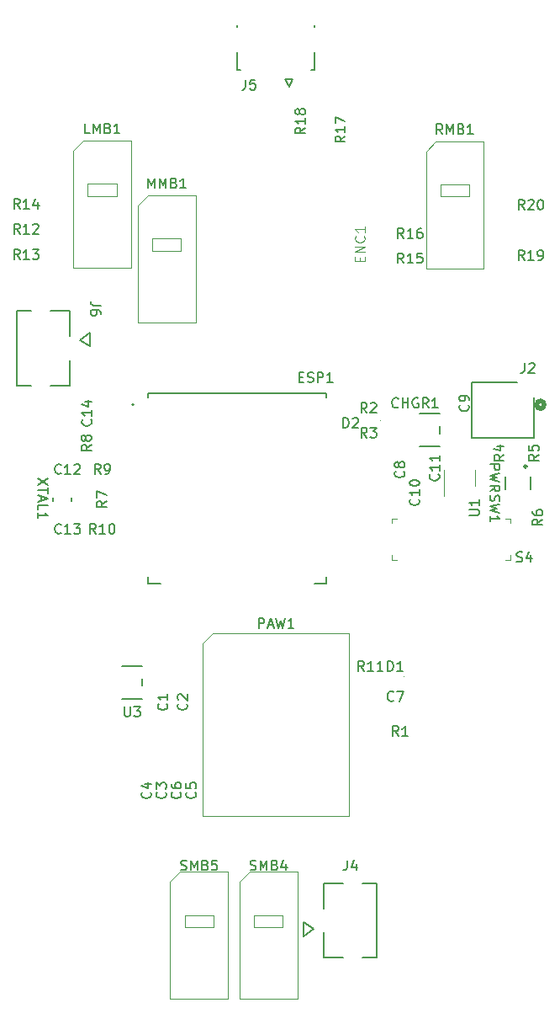
<source format=gbr>
%TF.GenerationSoftware,KiCad,Pcbnew,7.0.7*%
%TF.CreationDate,2023-11-26T12:29:05-07:00*%
%TF.ProjectId,mouse,6d6f7573-652e-46b6-9963-61645f706362,rev?*%
%TF.SameCoordinates,Original*%
%TF.FileFunction,Legend,Top*%
%TF.FilePolarity,Positive*%
%FSLAX46Y46*%
G04 Gerber Fmt 4.6, Leading zero omitted, Abs format (unit mm)*
G04 Created by KiCad (PCBNEW 7.0.7) date 2023-11-26 12:29:05*
%MOMM*%
%LPD*%
G01*
G04 APERTURE LIST*
%ADD10C,0.150000*%
%ADD11C,0.100000*%
%ADD12C,0.120000*%
%ADD13C,0.200000*%
%ADD14C,0.250000*%
%ADD15C,0.152400*%
%ADD16C,0.127000*%
%ADD17C,0.508000*%
G04 APERTURE END LIST*
D10*
X219461905Y-94052319D02*
X219461905Y-93052319D01*
X219461905Y-93052319D02*
X219842857Y-93052319D01*
X219842857Y-93052319D02*
X219938095Y-93099938D01*
X219938095Y-93099938D02*
X219985714Y-93147557D01*
X219985714Y-93147557D02*
X220033333Y-93242795D01*
X220033333Y-93242795D02*
X220033333Y-93385652D01*
X220033333Y-93385652D02*
X219985714Y-93480890D01*
X219985714Y-93480890D02*
X219938095Y-93528509D01*
X219938095Y-93528509D02*
X219842857Y-93576128D01*
X219842857Y-93576128D02*
X219461905Y-93576128D01*
X220414286Y-93766604D02*
X220890476Y-93766604D01*
X220319048Y-94052319D02*
X220652381Y-93052319D01*
X220652381Y-93052319D02*
X220985714Y-94052319D01*
X221223810Y-93052319D02*
X221461905Y-94052319D01*
X221461905Y-94052319D02*
X221652381Y-93338033D01*
X221652381Y-93338033D02*
X221842857Y-94052319D01*
X221842857Y-94052319D02*
X222080953Y-93052319D01*
X222985714Y-94052319D02*
X222414286Y-94052319D01*
X222700000Y-94052319D02*
X222700000Y-93052319D01*
X222700000Y-93052319D02*
X222604762Y-93195176D01*
X222604762Y-93195176D02*
X222509524Y-93290414D01*
X222509524Y-93290414D02*
X222414286Y-93338033D01*
X242745180Y-77592857D02*
X243745180Y-77592857D01*
X243745180Y-77592857D02*
X243745180Y-77973809D01*
X243745180Y-77973809D02*
X243697561Y-78069047D01*
X243697561Y-78069047D02*
X243649942Y-78116666D01*
X243649942Y-78116666D02*
X243554704Y-78164285D01*
X243554704Y-78164285D02*
X243411847Y-78164285D01*
X243411847Y-78164285D02*
X243316609Y-78116666D01*
X243316609Y-78116666D02*
X243268990Y-78069047D01*
X243268990Y-78069047D02*
X243221371Y-77973809D01*
X243221371Y-77973809D02*
X243221371Y-77592857D01*
X243745180Y-78497619D02*
X242745180Y-78735714D01*
X242745180Y-78735714D02*
X243459466Y-78926190D01*
X243459466Y-78926190D02*
X242745180Y-79116666D01*
X242745180Y-79116666D02*
X243745180Y-79354762D01*
X242745180Y-80307142D02*
X243221371Y-79973809D01*
X242745180Y-79735714D02*
X243745180Y-79735714D01*
X243745180Y-79735714D02*
X243745180Y-80116666D01*
X243745180Y-80116666D02*
X243697561Y-80211904D01*
X243697561Y-80211904D02*
X243649942Y-80259523D01*
X243649942Y-80259523D02*
X243554704Y-80307142D01*
X243554704Y-80307142D02*
X243411847Y-80307142D01*
X243411847Y-80307142D02*
X243316609Y-80259523D01*
X243316609Y-80259523D02*
X243268990Y-80211904D01*
X243268990Y-80211904D02*
X243221371Y-80116666D01*
X243221371Y-80116666D02*
X243221371Y-79735714D01*
X242792800Y-80688095D02*
X242745180Y-80830952D01*
X242745180Y-80830952D02*
X242745180Y-81069047D01*
X242745180Y-81069047D02*
X242792800Y-81164285D01*
X242792800Y-81164285D02*
X242840419Y-81211904D01*
X242840419Y-81211904D02*
X242935657Y-81259523D01*
X242935657Y-81259523D02*
X243030895Y-81259523D01*
X243030895Y-81259523D02*
X243126133Y-81211904D01*
X243126133Y-81211904D02*
X243173752Y-81164285D01*
X243173752Y-81164285D02*
X243221371Y-81069047D01*
X243221371Y-81069047D02*
X243268990Y-80878571D01*
X243268990Y-80878571D02*
X243316609Y-80783333D01*
X243316609Y-80783333D02*
X243364228Y-80735714D01*
X243364228Y-80735714D02*
X243459466Y-80688095D01*
X243459466Y-80688095D02*
X243554704Y-80688095D01*
X243554704Y-80688095D02*
X243649942Y-80735714D01*
X243649942Y-80735714D02*
X243697561Y-80783333D01*
X243697561Y-80783333D02*
X243745180Y-80878571D01*
X243745180Y-80878571D02*
X243745180Y-81116666D01*
X243745180Y-81116666D02*
X243697561Y-81259523D01*
X243745180Y-81592857D02*
X242745180Y-81830952D01*
X242745180Y-81830952D02*
X243459466Y-82021428D01*
X243459466Y-82021428D02*
X242745180Y-82211904D01*
X242745180Y-82211904D02*
X243745180Y-82450000D01*
X242745180Y-83354761D02*
X242745180Y-82783333D01*
X242745180Y-83069047D02*
X243745180Y-83069047D01*
X243745180Y-83069047D02*
X243602323Y-82973809D01*
X243602323Y-82973809D02*
X243507085Y-82878571D01*
X243507085Y-82878571D02*
X243459466Y-82783333D01*
X233509523Y-71809580D02*
X233461904Y-71857200D01*
X233461904Y-71857200D02*
X233319047Y-71904819D01*
X233319047Y-71904819D02*
X233223809Y-71904819D01*
X233223809Y-71904819D02*
X233080952Y-71857200D01*
X233080952Y-71857200D02*
X232985714Y-71761961D01*
X232985714Y-71761961D02*
X232938095Y-71666723D01*
X232938095Y-71666723D02*
X232890476Y-71476247D01*
X232890476Y-71476247D02*
X232890476Y-71333390D01*
X232890476Y-71333390D02*
X232938095Y-71142914D01*
X232938095Y-71142914D02*
X232985714Y-71047676D01*
X232985714Y-71047676D02*
X233080952Y-70952438D01*
X233080952Y-70952438D02*
X233223809Y-70904819D01*
X233223809Y-70904819D02*
X233319047Y-70904819D01*
X233319047Y-70904819D02*
X233461904Y-70952438D01*
X233461904Y-70952438D02*
X233509523Y-71000057D01*
X233938095Y-71904819D02*
X233938095Y-70904819D01*
X233938095Y-71381009D02*
X234509523Y-71381009D01*
X234509523Y-71904819D02*
X234509523Y-70904819D01*
X235509523Y-70952438D02*
X235414285Y-70904819D01*
X235414285Y-70904819D02*
X235271428Y-70904819D01*
X235271428Y-70904819D02*
X235128571Y-70952438D01*
X235128571Y-70952438D02*
X235033333Y-71047676D01*
X235033333Y-71047676D02*
X234985714Y-71142914D01*
X234985714Y-71142914D02*
X234938095Y-71333390D01*
X234938095Y-71333390D02*
X234938095Y-71476247D01*
X234938095Y-71476247D02*
X234985714Y-71666723D01*
X234985714Y-71666723D02*
X235033333Y-71761961D01*
X235033333Y-71761961D02*
X235128571Y-71857200D01*
X235128571Y-71857200D02*
X235271428Y-71904819D01*
X235271428Y-71904819D02*
X235366666Y-71904819D01*
X235366666Y-71904819D02*
X235509523Y-71857200D01*
X235509523Y-71857200D02*
X235557142Y-71809580D01*
X235557142Y-71809580D02*
X235557142Y-71476247D01*
X235557142Y-71476247D02*
X235366666Y-71476247D01*
X236557142Y-71904819D02*
X236223809Y-71428628D01*
X235985714Y-71904819D02*
X235985714Y-70904819D01*
X235985714Y-70904819D02*
X236366666Y-70904819D01*
X236366666Y-70904819D02*
X236461904Y-70952438D01*
X236461904Y-70952438D02*
X236509523Y-71000057D01*
X236509523Y-71000057D02*
X236557142Y-71095295D01*
X236557142Y-71095295D02*
X236557142Y-71238152D01*
X236557142Y-71238152D02*
X236509523Y-71333390D01*
X236509523Y-71333390D02*
X236461904Y-71381009D01*
X236461904Y-71381009D02*
X236366666Y-71428628D01*
X236366666Y-71428628D02*
X235985714Y-71428628D01*
X237509523Y-71904819D02*
X236938095Y-71904819D01*
X237223809Y-71904819D02*
X237223809Y-70904819D01*
X237223809Y-70904819D02*
X237128571Y-71047676D01*
X237128571Y-71047676D02*
X237033333Y-71142914D01*
X237033333Y-71142914D02*
X236938095Y-71190533D01*
X211616667Y-118357200D02*
X211759524Y-118404819D01*
X211759524Y-118404819D02*
X211997619Y-118404819D01*
X211997619Y-118404819D02*
X212092857Y-118357200D01*
X212092857Y-118357200D02*
X212140476Y-118309580D01*
X212140476Y-118309580D02*
X212188095Y-118214342D01*
X212188095Y-118214342D02*
X212188095Y-118119104D01*
X212188095Y-118119104D02*
X212140476Y-118023866D01*
X212140476Y-118023866D02*
X212092857Y-117976247D01*
X212092857Y-117976247D02*
X211997619Y-117928628D01*
X211997619Y-117928628D02*
X211807143Y-117881009D01*
X211807143Y-117881009D02*
X211711905Y-117833390D01*
X211711905Y-117833390D02*
X211664286Y-117785771D01*
X211664286Y-117785771D02*
X211616667Y-117690533D01*
X211616667Y-117690533D02*
X211616667Y-117595295D01*
X211616667Y-117595295D02*
X211664286Y-117500057D01*
X211664286Y-117500057D02*
X211711905Y-117452438D01*
X211711905Y-117452438D02*
X211807143Y-117404819D01*
X211807143Y-117404819D02*
X212045238Y-117404819D01*
X212045238Y-117404819D02*
X212188095Y-117452438D01*
X212616667Y-118404819D02*
X212616667Y-117404819D01*
X212616667Y-117404819D02*
X212950000Y-118119104D01*
X212950000Y-118119104D02*
X213283333Y-117404819D01*
X213283333Y-117404819D02*
X213283333Y-118404819D01*
X214092857Y-117881009D02*
X214235714Y-117928628D01*
X214235714Y-117928628D02*
X214283333Y-117976247D01*
X214283333Y-117976247D02*
X214330952Y-118071485D01*
X214330952Y-118071485D02*
X214330952Y-118214342D01*
X214330952Y-118214342D02*
X214283333Y-118309580D01*
X214283333Y-118309580D02*
X214235714Y-118357200D01*
X214235714Y-118357200D02*
X214140476Y-118404819D01*
X214140476Y-118404819D02*
X213759524Y-118404819D01*
X213759524Y-118404819D02*
X213759524Y-117404819D01*
X213759524Y-117404819D02*
X214092857Y-117404819D01*
X214092857Y-117404819D02*
X214188095Y-117452438D01*
X214188095Y-117452438D02*
X214235714Y-117500057D01*
X214235714Y-117500057D02*
X214283333Y-117595295D01*
X214283333Y-117595295D02*
X214283333Y-117690533D01*
X214283333Y-117690533D02*
X214235714Y-117785771D01*
X214235714Y-117785771D02*
X214188095Y-117833390D01*
X214188095Y-117833390D02*
X214092857Y-117881009D01*
X214092857Y-117881009D02*
X213759524Y-117881009D01*
X215235714Y-117404819D02*
X214759524Y-117404819D01*
X214759524Y-117404819D02*
X214711905Y-117881009D01*
X214711905Y-117881009D02*
X214759524Y-117833390D01*
X214759524Y-117833390D02*
X214854762Y-117785771D01*
X214854762Y-117785771D02*
X215092857Y-117785771D01*
X215092857Y-117785771D02*
X215188095Y-117833390D01*
X215188095Y-117833390D02*
X215235714Y-117881009D01*
X215235714Y-117881009D02*
X215283333Y-117976247D01*
X215283333Y-117976247D02*
X215283333Y-118214342D01*
X215283333Y-118214342D02*
X215235714Y-118309580D01*
X215235714Y-118309580D02*
X215188095Y-118357200D01*
X215188095Y-118357200D02*
X215092857Y-118404819D01*
X215092857Y-118404819D02*
X214854762Y-118404819D01*
X214854762Y-118404819D02*
X214759524Y-118357200D01*
X214759524Y-118357200D02*
X214711905Y-118309580D01*
X228366666Y-117404819D02*
X228366666Y-118119104D01*
X228366666Y-118119104D02*
X228319047Y-118261961D01*
X228319047Y-118261961D02*
X228223809Y-118357200D01*
X228223809Y-118357200D02*
X228080952Y-118404819D01*
X228080952Y-118404819D02*
X227985714Y-118404819D01*
X229271428Y-117738152D02*
X229271428Y-118404819D01*
X229033333Y-117357200D02*
X228795238Y-118071485D01*
X228795238Y-118071485D02*
X229414285Y-118071485D01*
X203545181Y-61616666D02*
X202830896Y-61616666D01*
X202830896Y-61616666D02*
X202688039Y-61569047D01*
X202688039Y-61569047D02*
X202592801Y-61473809D01*
X202592801Y-61473809D02*
X202545181Y-61330952D01*
X202545181Y-61330952D02*
X202545181Y-61235714D01*
X203545181Y-62521428D02*
X203545181Y-62330952D01*
X203545181Y-62330952D02*
X203497562Y-62235714D01*
X203497562Y-62235714D02*
X203449943Y-62188095D01*
X203449943Y-62188095D02*
X203307086Y-62092857D01*
X203307086Y-62092857D02*
X203116610Y-62045238D01*
X203116610Y-62045238D02*
X202735658Y-62045238D01*
X202735658Y-62045238D02*
X202640420Y-62092857D01*
X202640420Y-62092857D02*
X202592801Y-62140476D01*
X202592801Y-62140476D02*
X202545181Y-62235714D01*
X202545181Y-62235714D02*
X202545181Y-62426190D01*
X202545181Y-62426190D02*
X202592801Y-62521428D01*
X202592801Y-62521428D02*
X202640420Y-62569047D01*
X202640420Y-62569047D02*
X202735658Y-62616666D01*
X202735658Y-62616666D02*
X202973753Y-62616666D01*
X202973753Y-62616666D02*
X203068991Y-62569047D01*
X203068991Y-62569047D02*
X203116610Y-62521428D01*
X203116610Y-62521428D02*
X203164229Y-62426190D01*
X203164229Y-62426190D02*
X203164229Y-62235714D01*
X203164229Y-62235714D02*
X203116610Y-62140476D01*
X203116610Y-62140476D02*
X203068991Y-62092857D01*
X203068991Y-62092857D02*
X202973753Y-62045238D01*
X233533333Y-104904819D02*
X233200000Y-104428628D01*
X232961905Y-104904819D02*
X232961905Y-103904819D01*
X232961905Y-103904819D02*
X233342857Y-103904819D01*
X233342857Y-103904819D02*
X233438095Y-103952438D01*
X233438095Y-103952438D02*
X233485714Y-104000057D01*
X233485714Y-104000057D02*
X233533333Y-104095295D01*
X233533333Y-104095295D02*
X233533333Y-104238152D01*
X233533333Y-104238152D02*
X233485714Y-104333390D01*
X233485714Y-104333390D02*
X233438095Y-104381009D01*
X233438095Y-104381009D02*
X233342857Y-104428628D01*
X233342857Y-104428628D02*
X232961905Y-104428628D01*
X234485714Y-104904819D02*
X233914286Y-104904819D01*
X234200000Y-104904819D02*
X234200000Y-103904819D01*
X234200000Y-103904819D02*
X234104762Y-104047676D01*
X234104762Y-104047676D02*
X234009524Y-104142914D01*
X234009524Y-104142914D02*
X233914286Y-104190533D01*
X233033333Y-101309580D02*
X232985714Y-101357200D01*
X232985714Y-101357200D02*
X232842857Y-101404819D01*
X232842857Y-101404819D02*
X232747619Y-101404819D01*
X232747619Y-101404819D02*
X232604762Y-101357200D01*
X232604762Y-101357200D02*
X232509524Y-101261961D01*
X232509524Y-101261961D02*
X232461905Y-101166723D01*
X232461905Y-101166723D02*
X232414286Y-100976247D01*
X232414286Y-100976247D02*
X232414286Y-100833390D01*
X232414286Y-100833390D02*
X232461905Y-100642914D01*
X232461905Y-100642914D02*
X232509524Y-100547676D01*
X232509524Y-100547676D02*
X232604762Y-100452438D01*
X232604762Y-100452438D02*
X232747619Y-100404819D01*
X232747619Y-100404819D02*
X232842857Y-100404819D01*
X232842857Y-100404819D02*
X232985714Y-100452438D01*
X232985714Y-100452438D02*
X233033333Y-100500057D01*
X233366667Y-100404819D02*
X234033333Y-100404819D01*
X234033333Y-100404819D02*
X233604762Y-101404819D01*
X230353333Y-72404819D02*
X230020000Y-71928628D01*
X229781905Y-72404819D02*
X229781905Y-71404819D01*
X229781905Y-71404819D02*
X230162857Y-71404819D01*
X230162857Y-71404819D02*
X230258095Y-71452438D01*
X230258095Y-71452438D02*
X230305714Y-71500057D01*
X230305714Y-71500057D02*
X230353333Y-71595295D01*
X230353333Y-71595295D02*
X230353333Y-71738152D01*
X230353333Y-71738152D02*
X230305714Y-71833390D01*
X230305714Y-71833390D02*
X230258095Y-71881009D01*
X230258095Y-71881009D02*
X230162857Y-71928628D01*
X230162857Y-71928628D02*
X229781905Y-71928628D01*
X230734286Y-71500057D02*
X230781905Y-71452438D01*
X230781905Y-71452438D02*
X230877143Y-71404819D01*
X230877143Y-71404819D02*
X231115238Y-71404819D01*
X231115238Y-71404819D02*
X231210476Y-71452438D01*
X231210476Y-71452438D02*
X231258095Y-71500057D01*
X231258095Y-71500057D02*
X231305714Y-71595295D01*
X231305714Y-71595295D02*
X231305714Y-71690533D01*
X231305714Y-71690533D02*
X231258095Y-71833390D01*
X231258095Y-71833390D02*
X230686667Y-72404819D01*
X230686667Y-72404819D02*
X231305714Y-72404819D01*
X230057142Y-98372319D02*
X229723809Y-97896128D01*
X229485714Y-98372319D02*
X229485714Y-97372319D01*
X229485714Y-97372319D02*
X229866666Y-97372319D01*
X229866666Y-97372319D02*
X229961904Y-97419938D01*
X229961904Y-97419938D02*
X230009523Y-97467557D01*
X230009523Y-97467557D02*
X230057142Y-97562795D01*
X230057142Y-97562795D02*
X230057142Y-97705652D01*
X230057142Y-97705652D02*
X230009523Y-97800890D01*
X230009523Y-97800890D02*
X229961904Y-97848509D01*
X229961904Y-97848509D02*
X229866666Y-97896128D01*
X229866666Y-97896128D02*
X229485714Y-97896128D01*
X231009523Y-98372319D02*
X230438095Y-98372319D01*
X230723809Y-98372319D02*
X230723809Y-97372319D01*
X230723809Y-97372319D02*
X230628571Y-97515176D01*
X230628571Y-97515176D02*
X230533333Y-97610414D01*
X230533333Y-97610414D02*
X230438095Y-97658033D01*
X231961904Y-98372319D02*
X231390476Y-98372319D01*
X231676190Y-98372319D02*
X231676190Y-97372319D01*
X231676190Y-97372319D02*
X231580952Y-97515176D01*
X231580952Y-97515176D02*
X231485714Y-97610414D01*
X231485714Y-97610414D02*
X231390476Y-97658033D01*
X234059580Y-78296666D02*
X234107200Y-78344285D01*
X234107200Y-78344285D02*
X234154819Y-78487142D01*
X234154819Y-78487142D02*
X234154819Y-78582380D01*
X234154819Y-78582380D02*
X234107200Y-78725237D01*
X234107200Y-78725237D02*
X234011961Y-78820475D01*
X234011961Y-78820475D02*
X233916723Y-78868094D01*
X233916723Y-78868094D02*
X233726247Y-78915713D01*
X233726247Y-78915713D02*
X233583390Y-78915713D01*
X233583390Y-78915713D02*
X233392914Y-78868094D01*
X233392914Y-78868094D02*
X233297676Y-78820475D01*
X233297676Y-78820475D02*
X233202438Y-78725237D01*
X233202438Y-78725237D02*
X233154819Y-78582380D01*
X233154819Y-78582380D02*
X233154819Y-78487142D01*
X233154819Y-78487142D02*
X233202438Y-78344285D01*
X233202438Y-78344285D02*
X233250057Y-78296666D01*
X233583390Y-77725237D02*
X233535771Y-77820475D01*
X233535771Y-77820475D02*
X233488152Y-77868094D01*
X233488152Y-77868094D02*
X233392914Y-77915713D01*
X233392914Y-77915713D02*
X233345295Y-77915713D01*
X233345295Y-77915713D02*
X233250057Y-77868094D01*
X233250057Y-77868094D02*
X233202438Y-77820475D01*
X233202438Y-77820475D02*
X233154819Y-77725237D01*
X233154819Y-77725237D02*
X233154819Y-77534761D01*
X233154819Y-77534761D02*
X233202438Y-77439523D01*
X233202438Y-77439523D02*
X233250057Y-77391904D01*
X233250057Y-77391904D02*
X233345295Y-77344285D01*
X233345295Y-77344285D02*
X233392914Y-77344285D01*
X233392914Y-77344285D02*
X233488152Y-77391904D01*
X233488152Y-77391904D02*
X233535771Y-77439523D01*
X233535771Y-77439523D02*
X233583390Y-77534761D01*
X233583390Y-77534761D02*
X233583390Y-77725237D01*
X233583390Y-77725237D02*
X233631009Y-77820475D01*
X233631009Y-77820475D02*
X233678628Y-77868094D01*
X233678628Y-77868094D02*
X233773866Y-77915713D01*
X233773866Y-77915713D02*
X233964342Y-77915713D01*
X233964342Y-77915713D02*
X234059580Y-77868094D01*
X234059580Y-77868094D02*
X234107200Y-77820475D01*
X234107200Y-77820475D02*
X234154819Y-77725237D01*
X234154819Y-77725237D02*
X234154819Y-77534761D01*
X234154819Y-77534761D02*
X234107200Y-77439523D01*
X234107200Y-77439523D02*
X234059580Y-77391904D01*
X234059580Y-77391904D02*
X233964342Y-77344285D01*
X233964342Y-77344285D02*
X233773866Y-77344285D01*
X233773866Y-77344285D02*
X233678628Y-77391904D01*
X233678628Y-77391904D02*
X233631009Y-77439523D01*
X233631009Y-77439523D02*
X233583390Y-77534761D01*
X227961905Y-73904819D02*
X227961905Y-72904819D01*
X227961905Y-72904819D02*
X228200000Y-72904819D01*
X228200000Y-72904819D02*
X228342857Y-72952438D01*
X228342857Y-72952438D02*
X228438095Y-73047676D01*
X228438095Y-73047676D02*
X228485714Y-73142914D01*
X228485714Y-73142914D02*
X228533333Y-73333390D01*
X228533333Y-73333390D02*
X228533333Y-73476247D01*
X228533333Y-73476247D02*
X228485714Y-73666723D01*
X228485714Y-73666723D02*
X228438095Y-73761961D01*
X228438095Y-73761961D02*
X228342857Y-73857200D01*
X228342857Y-73857200D02*
X228200000Y-73904819D01*
X228200000Y-73904819D02*
X227961905Y-73904819D01*
X228914286Y-73000057D02*
X228961905Y-72952438D01*
X228961905Y-72952438D02*
X229057143Y-72904819D01*
X229057143Y-72904819D02*
X229295238Y-72904819D01*
X229295238Y-72904819D02*
X229390476Y-72952438D01*
X229390476Y-72952438D02*
X229438095Y-73000057D01*
X229438095Y-73000057D02*
X229485714Y-73095295D01*
X229485714Y-73095295D02*
X229485714Y-73190533D01*
X229485714Y-73190533D02*
X229438095Y-73333390D01*
X229438095Y-73333390D02*
X228866667Y-73904819D01*
X228866667Y-73904819D02*
X229485714Y-73904819D01*
X230353333Y-74904819D02*
X230020000Y-74428628D01*
X229781905Y-74904819D02*
X229781905Y-73904819D01*
X229781905Y-73904819D02*
X230162857Y-73904819D01*
X230162857Y-73904819D02*
X230258095Y-73952438D01*
X230258095Y-73952438D02*
X230305714Y-74000057D01*
X230305714Y-74000057D02*
X230353333Y-74095295D01*
X230353333Y-74095295D02*
X230353333Y-74238152D01*
X230353333Y-74238152D02*
X230305714Y-74333390D01*
X230305714Y-74333390D02*
X230258095Y-74381009D01*
X230258095Y-74381009D02*
X230162857Y-74428628D01*
X230162857Y-74428628D02*
X229781905Y-74428628D01*
X230686667Y-73904819D02*
X231305714Y-73904819D01*
X231305714Y-73904819D02*
X230972381Y-74285771D01*
X230972381Y-74285771D02*
X231115238Y-74285771D01*
X231115238Y-74285771D02*
X231210476Y-74333390D01*
X231210476Y-74333390D02*
X231258095Y-74381009D01*
X231258095Y-74381009D02*
X231305714Y-74476247D01*
X231305714Y-74476247D02*
X231305714Y-74714342D01*
X231305714Y-74714342D02*
X231258095Y-74809580D01*
X231258095Y-74809580D02*
X231210476Y-74857200D01*
X231210476Y-74857200D02*
X231115238Y-74904819D01*
X231115238Y-74904819D02*
X230829524Y-74904819D01*
X230829524Y-74904819D02*
X230734286Y-74857200D01*
X230734286Y-74857200D02*
X230686667Y-74809580D01*
X210059580Y-110554166D02*
X210107200Y-110601785D01*
X210107200Y-110601785D02*
X210154819Y-110744642D01*
X210154819Y-110744642D02*
X210154819Y-110839880D01*
X210154819Y-110839880D02*
X210107200Y-110982737D01*
X210107200Y-110982737D02*
X210011961Y-111077975D01*
X210011961Y-111077975D02*
X209916723Y-111125594D01*
X209916723Y-111125594D02*
X209726247Y-111173213D01*
X209726247Y-111173213D02*
X209583390Y-111173213D01*
X209583390Y-111173213D02*
X209392914Y-111125594D01*
X209392914Y-111125594D02*
X209297676Y-111077975D01*
X209297676Y-111077975D02*
X209202438Y-110982737D01*
X209202438Y-110982737D02*
X209154819Y-110839880D01*
X209154819Y-110839880D02*
X209154819Y-110744642D01*
X209154819Y-110744642D02*
X209202438Y-110601785D01*
X209202438Y-110601785D02*
X209250057Y-110554166D01*
X209154819Y-110220832D02*
X209154819Y-109601785D01*
X209154819Y-109601785D02*
X209535771Y-109935118D01*
X209535771Y-109935118D02*
X209535771Y-109792261D01*
X209535771Y-109792261D02*
X209583390Y-109697023D01*
X209583390Y-109697023D02*
X209631009Y-109649404D01*
X209631009Y-109649404D02*
X209726247Y-109601785D01*
X209726247Y-109601785D02*
X209964342Y-109601785D01*
X209964342Y-109601785D02*
X210059580Y-109649404D01*
X210059580Y-109649404D02*
X210107200Y-109697023D01*
X210107200Y-109697023D02*
X210154819Y-109792261D01*
X210154819Y-109792261D02*
X210154819Y-110077975D01*
X210154819Y-110077975D02*
X210107200Y-110173213D01*
X210107200Y-110173213D02*
X210059580Y-110220832D01*
X208559580Y-110554166D02*
X208607200Y-110601785D01*
X208607200Y-110601785D02*
X208654819Y-110744642D01*
X208654819Y-110744642D02*
X208654819Y-110839880D01*
X208654819Y-110839880D02*
X208607200Y-110982737D01*
X208607200Y-110982737D02*
X208511961Y-111077975D01*
X208511961Y-111077975D02*
X208416723Y-111125594D01*
X208416723Y-111125594D02*
X208226247Y-111173213D01*
X208226247Y-111173213D02*
X208083390Y-111173213D01*
X208083390Y-111173213D02*
X207892914Y-111125594D01*
X207892914Y-111125594D02*
X207797676Y-111077975D01*
X207797676Y-111077975D02*
X207702438Y-110982737D01*
X207702438Y-110982737D02*
X207654819Y-110839880D01*
X207654819Y-110839880D02*
X207654819Y-110744642D01*
X207654819Y-110744642D02*
X207702438Y-110601785D01*
X207702438Y-110601785D02*
X207750057Y-110554166D01*
X207988152Y-109697023D02*
X208654819Y-109697023D01*
X207607200Y-109935118D02*
X208321485Y-110173213D01*
X208321485Y-110173213D02*
X208321485Y-109554166D01*
X232461905Y-98372319D02*
X232461905Y-97372319D01*
X232461905Y-97372319D02*
X232700000Y-97372319D01*
X232700000Y-97372319D02*
X232842857Y-97419938D01*
X232842857Y-97419938D02*
X232938095Y-97515176D01*
X232938095Y-97515176D02*
X232985714Y-97610414D01*
X232985714Y-97610414D02*
X233033333Y-97800890D01*
X233033333Y-97800890D02*
X233033333Y-97943747D01*
X233033333Y-97943747D02*
X232985714Y-98134223D01*
X232985714Y-98134223D02*
X232938095Y-98229461D01*
X232938095Y-98229461D02*
X232842857Y-98324700D01*
X232842857Y-98324700D02*
X232700000Y-98372319D01*
X232700000Y-98372319D02*
X232461905Y-98372319D01*
X233985714Y-98372319D02*
X233414286Y-98372319D01*
X233700000Y-98372319D02*
X233700000Y-97372319D01*
X233700000Y-97372319D02*
X233604762Y-97515176D01*
X233604762Y-97515176D02*
X233509524Y-97610414D01*
X233509524Y-97610414D02*
X233414286Y-97658033D01*
X211559580Y-110554166D02*
X211607200Y-110601785D01*
X211607200Y-110601785D02*
X211654819Y-110744642D01*
X211654819Y-110744642D02*
X211654819Y-110839880D01*
X211654819Y-110839880D02*
X211607200Y-110982737D01*
X211607200Y-110982737D02*
X211511961Y-111077975D01*
X211511961Y-111077975D02*
X211416723Y-111125594D01*
X211416723Y-111125594D02*
X211226247Y-111173213D01*
X211226247Y-111173213D02*
X211083390Y-111173213D01*
X211083390Y-111173213D02*
X210892914Y-111125594D01*
X210892914Y-111125594D02*
X210797676Y-111077975D01*
X210797676Y-111077975D02*
X210702438Y-110982737D01*
X210702438Y-110982737D02*
X210654819Y-110839880D01*
X210654819Y-110839880D02*
X210654819Y-110744642D01*
X210654819Y-110744642D02*
X210702438Y-110601785D01*
X210702438Y-110601785D02*
X210750057Y-110554166D01*
X210654819Y-109697023D02*
X210654819Y-109887499D01*
X210654819Y-109887499D02*
X210702438Y-109982737D01*
X210702438Y-109982737D02*
X210750057Y-110030356D01*
X210750057Y-110030356D02*
X210892914Y-110125594D01*
X210892914Y-110125594D02*
X211083390Y-110173213D01*
X211083390Y-110173213D02*
X211464342Y-110173213D01*
X211464342Y-110173213D02*
X211559580Y-110125594D01*
X211559580Y-110125594D02*
X211607200Y-110077975D01*
X211607200Y-110077975D02*
X211654819Y-109982737D01*
X211654819Y-109982737D02*
X211654819Y-109792261D01*
X211654819Y-109792261D02*
X211607200Y-109697023D01*
X211607200Y-109697023D02*
X211559580Y-109649404D01*
X211559580Y-109649404D02*
X211464342Y-109601785D01*
X211464342Y-109601785D02*
X211226247Y-109601785D01*
X211226247Y-109601785D02*
X211131009Y-109649404D01*
X211131009Y-109649404D02*
X211083390Y-109697023D01*
X211083390Y-109697023D02*
X211035771Y-109792261D01*
X211035771Y-109792261D02*
X211035771Y-109982737D01*
X211035771Y-109982737D02*
X211083390Y-110077975D01*
X211083390Y-110077975D02*
X211131009Y-110125594D01*
X211131009Y-110125594D02*
X211226247Y-110173213D01*
X213059580Y-110554166D02*
X213107200Y-110601785D01*
X213107200Y-110601785D02*
X213154819Y-110744642D01*
X213154819Y-110744642D02*
X213154819Y-110839880D01*
X213154819Y-110839880D02*
X213107200Y-110982737D01*
X213107200Y-110982737D02*
X213011961Y-111077975D01*
X213011961Y-111077975D02*
X212916723Y-111125594D01*
X212916723Y-111125594D02*
X212726247Y-111173213D01*
X212726247Y-111173213D02*
X212583390Y-111173213D01*
X212583390Y-111173213D02*
X212392914Y-111125594D01*
X212392914Y-111125594D02*
X212297676Y-111077975D01*
X212297676Y-111077975D02*
X212202438Y-110982737D01*
X212202438Y-110982737D02*
X212154819Y-110839880D01*
X212154819Y-110839880D02*
X212154819Y-110744642D01*
X212154819Y-110744642D02*
X212202438Y-110601785D01*
X212202438Y-110601785D02*
X212250057Y-110554166D01*
X212154819Y-109649404D02*
X212154819Y-110125594D01*
X212154819Y-110125594D02*
X212631009Y-110173213D01*
X212631009Y-110173213D02*
X212583390Y-110125594D01*
X212583390Y-110125594D02*
X212535771Y-110030356D01*
X212535771Y-110030356D02*
X212535771Y-109792261D01*
X212535771Y-109792261D02*
X212583390Y-109697023D01*
X212583390Y-109697023D02*
X212631009Y-109649404D01*
X212631009Y-109649404D02*
X212726247Y-109601785D01*
X212726247Y-109601785D02*
X212964342Y-109601785D01*
X212964342Y-109601785D02*
X213059580Y-109649404D01*
X213059580Y-109649404D02*
X213107200Y-109697023D01*
X213107200Y-109697023D02*
X213154819Y-109792261D01*
X213154819Y-109792261D02*
X213154819Y-110030356D01*
X213154819Y-110030356D02*
X213107200Y-110125594D01*
X213107200Y-110125594D02*
X213059580Y-110173213D01*
X240559580Y-71616666D02*
X240607200Y-71664285D01*
X240607200Y-71664285D02*
X240654819Y-71807142D01*
X240654819Y-71807142D02*
X240654819Y-71902380D01*
X240654819Y-71902380D02*
X240607200Y-72045237D01*
X240607200Y-72045237D02*
X240511961Y-72140475D01*
X240511961Y-72140475D02*
X240416723Y-72188094D01*
X240416723Y-72188094D02*
X240226247Y-72235713D01*
X240226247Y-72235713D02*
X240083390Y-72235713D01*
X240083390Y-72235713D02*
X239892914Y-72188094D01*
X239892914Y-72188094D02*
X239797676Y-72140475D01*
X239797676Y-72140475D02*
X239702438Y-72045237D01*
X239702438Y-72045237D02*
X239654819Y-71902380D01*
X239654819Y-71902380D02*
X239654819Y-71807142D01*
X239654819Y-71807142D02*
X239702438Y-71664285D01*
X239702438Y-71664285D02*
X239750057Y-71616666D01*
X240654819Y-71140475D02*
X240654819Y-70949999D01*
X240654819Y-70949999D02*
X240607200Y-70854761D01*
X240607200Y-70854761D02*
X240559580Y-70807142D01*
X240559580Y-70807142D02*
X240416723Y-70711904D01*
X240416723Y-70711904D02*
X240226247Y-70664285D01*
X240226247Y-70664285D02*
X239845295Y-70664285D01*
X239845295Y-70664285D02*
X239750057Y-70711904D01*
X239750057Y-70711904D02*
X239702438Y-70759523D01*
X239702438Y-70759523D02*
X239654819Y-70854761D01*
X239654819Y-70854761D02*
X239654819Y-71045237D01*
X239654819Y-71045237D02*
X239702438Y-71140475D01*
X239702438Y-71140475D02*
X239750057Y-71188094D01*
X239750057Y-71188094D02*
X239845295Y-71235713D01*
X239845295Y-71235713D02*
X240083390Y-71235713D01*
X240083390Y-71235713D02*
X240178628Y-71188094D01*
X240178628Y-71188094D02*
X240226247Y-71140475D01*
X240226247Y-71140475D02*
X240273866Y-71045237D01*
X240273866Y-71045237D02*
X240273866Y-70854761D01*
X240273866Y-70854761D02*
X240226247Y-70759523D01*
X240226247Y-70759523D02*
X240178628Y-70711904D01*
X240178628Y-70711904D02*
X240083390Y-70664285D01*
X246212142Y-51974819D02*
X245878809Y-51498628D01*
X245640714Y-51974819D02*
X245640714Y-50974819D01*
X245640714Y-50974819D02*
X246021666Y-50974819D01*
X246021666Y-50974819D02*
X246116904Y-51022438D01*
X246116904Y-51022438D02*
X246164523Y-51070057D01*
X246164523Y-51070057D02*
X246212142Y-51165295D01*
X246212142Y-51165295D02*
X246212142Y-51308152D01*
X246212142Y-51308152D02*
X246164523Y-51403390D01*
X246164523Y-51403390D02*
X246116904Y-51451009D01*
X246116904Y-51451009D02*
X246021666Y-51498628D01*
X246021666Y-51498628D02*
X245640714Y-51498628D01*
X246593095Y-51070057D02*
X246640714Y-51022438D01*
X246640714Y-51022438D02*
X246735952Y-50974819D01*
X246735952Y-50974819D02*
X246974047Y-50974819D01*
X246974047Y-50974819D02*
X247069285Y-51022438D01*
X247069285Y-51022438D02*
X247116904Y-51070057D01*
X247116904Y-51070057D02*
X247164523Y-51165295D01*
X247164523Y-51165295D02*
X247164523Y-51260533D01*
X247164523Y-51260533D02*
X247116904Y-51403390D01*
X247116904Y-51403390D02*
X246545476Y-51974819D01*
X246545476Y-51974819D02*
X247164523Y-51974819D01*
X247783571Y-50974819D02*
X247878809Y-50974819D01*
X247878809Y-50974819D02*
X247974047Y-51022438D01*
X247974047Y-51022438D02*
X248021666Y-51070057D01*
X248021666Y-51070057D02*
X248069285Y-51165295D01*
X248069285Y-51165295D02*
X248116904Y-51355771D01*
X248116904Y-51355771D02*
X248116904Y-51593866D01*
X248116904Y-51593866D02*
X248069285Y-51784342D01*
X248069285Y-51784342D02*
X248021666Y-51879580D01*
X248021666Y-51879580D02*
X247974047Y-51927200D01*
X247974047Y-51927200D02*
X247878809Y-51974819D01*
X247878809Y-51974819D02*
X247783571Y-51974819D01*
X247783571Y-51974819D02*
X247688333Y-51927200D01*
X247688333Y-51927200D02*
X247640714Y-51879580D01*
X247640714Y-51879580D02*
X247593095Y-51784342D01*
X247593095Y-51784342D02*
X247545476Y-51593866D01*
X247545476Y-51593866D02*
X247545476Y-51355771D01*
X247545476Y-51355771D02*
X247593095Y-51165295D01*
X247593095Y-51165295D02*
X247640714Y-51070057D01*
X247640714Y-51070057D02*
X247688333Y-51022438D01*
X247688333Y-51022438D02*
X247783571Y-50974819D01*
X224154819Y-43747857D02*
X223678628Y-44081190D01*
X224154819Y-44319285D02*
X223154819Y-44319285D01*
X223154819Y-44319285D02*
X223154819Y-43938333D01*
X223154819Y-43938333D02*
X223202438Y-43843095D01*
X223202438Y-43843095D02*
X223250057Y-43795476D01*
X223250057Y-43795476D02*
X223345295Y-43747857D01*
X223345295Y-43747857D02*
X223488152Y-43747857D01*
X223488152Y-43747857D02*
X223583390Y-43795476D01*
X223583390Y-43795476D02*
X223631009Y-43843095D01*
X223631009Y-43843095D02*
X223678628Y-43938333D01*
X223678628Y-43938333D02*
X223678628Y-44319285D01*
X224154819Y-42795476D02*
X224154819Y-43366904D01*
X224154819Y-43081190D02*
X223154819Y-43081190D01*
X223154819Y-43081190D02*
X223297676Y-43176428D01*
X223297676Y-43176428D02*
X223392914Y-43271666D01*
X223392914Y-43271666D02*
X223440533Y-43366904D01*
X223583390Y-42224047D02*
X223535771Y-42319285D01*
X223535771Y-42319285D02*
X223488152Y-42366904D01*
X223488152Y-42366904D02*
X223392914Y-42414523D01*
X223392914Y-42414523D02*
X223345295Y-42414523D01*
X223345295Y-42414523D02*
X223250057Y-42366904D01*
X223250057Y-42366904D02*
X223202438Y-42319285D01*
X223202438Y-42319285D02*
X223154819Y-42224047D01*
X223154819Y-42224047D02*
X223154819Y-42033571D01*
X223154819Y-42033571D02*
X223202438Y-41938333D01*
X223202438Y-41938333D02*
X223250057Y-41890714D01*
X223250057Y-41890714D02*
X223345295Y-41843095D01*
X223345295Y-41843095D02*
X223392914Y-41843095D01*
X223392914Y-41843095D02*
X223488152Y-41890714D01*
X223488152Y-41890714D02*
X223535771Y-41938333D01*
X223535771Y-41938333D02*
X223583390Y-42033571D01*
X223583390Y-42033571D02*
X223583390Y-42224047D01*
X223583390Y-42224047D02*
X223631009Y-42319285D01*
X223631009Y-42319285D02*
X223678628Y-42366904D01*
X223678628Y-42366904D02*
X223773866Y-42414523D01*
X223773866Y-42414523D02*
X223964342Y-42414523D01*
X223964342Y-42414523D02*
X224059580Y-42366904D01*
X224059580Y-42366904D02*
X224107200Y-42319285D01*
X224107200Y-42319285D02*
X224154819Y-42224047D01*
X224154819Y-42224047D02*
X224154819Y-42033571D01*
X224154819Y-42033571D02*
X224107200Y-41938333D01*
X224107200Y-41938333D02*
X224059580Y-41890714D01*
X224059580Y-41890714D02*
X223964342Y-41843095D01*
X223964342Y-41843095D02*
X223773866Y-41843095D01*
X223773866Y-41843095D02*
X223678628Y-41890714D01*
X223678628Y-41890714D02*
X223631009Y-41938333D01*
X223631009Y-41938333D02*
X223583390Y-42033571D01*
X204154819Y-81286666D02*
X203678628Y-81619999D01*
X204154819Y-81858094D02*
X203154819Y-81858094D01*
X203154819Y-81858094D02*
X203154819Y-81477142D01*
X203154819Y-81477142D02*
X203202438Y-81381904D01*
X203202438Y-81381904D02*
X203250057Y-81334285D01*
X203250057Y-81334285D02*
X203345295Y-81286666D01*
X203345295Y-81286666D02*
X203488152Y-81286666D01*
X203488152Y-81286666D02*
X203583390Y-81334285D01*
X203583390Y-81334285D02*
X203631009Y-81381904D01*
X203631009Y-81381904D02*
X203678628Y-81477142D01*
X203678628Y-81477142D02*
X203678628Y-81858094D01*
X203154819Y-80953332D02*
X203154819Y-80286666D01*
X203154819Y-80286666D02*
X204154819Y-80715237D01*
X240654819Y-82711904D02*
X241464342Y-82711904D01*
X241464342Y-82711904D02*
X241559580Y-82664285D01*
X241559580Y-82664285D02*
X241607200Y-82616666D01*
X241607200Y-82616666D02*
X241654819Y-82521428D01*
X241654819Y-82521428D02*
X241654819Y-82330952D01*
X241654819Y-82330952D02*
X241607200Y-82235714D01*
X241607200Y-82235714D02*
X241559580Y-82188095D01*
X241559580Y-82188095D02*
X241464342Y-82140476D01*
X241464342Y-82140476D02*
X240654819Y-82140476D01*
X241654819Y-81140476D02*
X241654819Y-81711904D01*
X241654819Y-81426190D02*
X240654819Y-81426190D01*
X240654819Y-81426190D02*
X240797676Y-81521428D01*
X240797676Y-81521428D02*
X240892914Y-81616666D01*
X240892914Y-81616666D02*
X240940533Y-81711904D01*
X208319048Y-49824819D02*
X208319048Y-48824819D01*
X208319048Y-48824819D02*
X208652381Y-49539104D01*
X208652381Y-49539104D02*
X208985714Y-48824819D01*
X208985714Y-48824819D02*
X208985714Y-49824819D01*
X209461905Y-49824819D02*
X209461905Y-48824819D01*
X209461905Y-48824819D02*
X209795238Y-49539104D01*
X209795238Y-49539104D02*
X210128571Y-48824819D01*
X210128571Y-48824819D02*
X210128571Y-49824819D01*
X210938095Y-49301009D02*
X211080952Y-49348628D01*
X211080952Y-49348628D02*
X211128571Y-49396247D01*
X211128571Y-49396247D02*
X211176190Y-49491485D01*
X211176190Y-49491485D02*
X211176190Y-49634342D01*
X211176190Y-49634342D02*
X211128571Y-49729580D01*
X211128571Y-49729580D02*
X211080952Y-49777200D01*
X211080952Y-49777200D02*
X210985714Y-49824819D01*
X210985714Y-49824819D02*
X210604762Y-49824819D01*
X210604762Y-49824819D02*
X210604762Y-48824819D01*
X210604762Y-48824819D02*
X210938095Y-48824819D01*
X210938095Y-48824819D02*
X211033333Y-48872438D01*
X211033333Y-48872438D02*
X211080952Y-48920057D01*
X211080952Y-48920057D02*
X211128571Y-49015295D01*
X211128571Y-49015295D02*
X211128571Y-49110533D01*
X211128571Y-49110533D02*
X211080952Y-49205771D01*
X211080952Y-49205771D02*
X211033333Y-49253390D01*
X211033333Y-49253390D02*
X210938095Y-49301009D01*
X210938095Y-49301009D02*
X210604762Y-49301009D01*
X212128571Y-49824819D02*
X211557143Y-49824819D01*
X211842857Y-49824819D02*
X211842857Y-48824819D01*
X211842857Y-48824819D02*
X211747619Y-48967676D01*
X211747619Y-48967676D02*
X211652381Y-49062914D01*
X211652381Y-49062914D02*
X211557143Y-49110533D01*
X203057142Y-84574819D02*
X202723809Y-84098628D01*
X202485714Y-84574819D02*
X202485714Y-83574819D01*
X202485714Y-83574819D02*
X202866666Y-83574819D01*
X202866666Y-83574819D02*
X202961904Y-83622438D01*
X202961904Y-83622438D02*
X203009523Y-83670057D01*
X203009523Y-83670057D02*
X203057142Y-83765295D01*
X203057142Y-83765295D02*
X203057142Y-83908152D01*
X203057142Y-83908152D02*
X203009523Y-84003390D01*
X203009523Y-84003390D02*
X202961904Y-84051009D01*
X202961904Y-84051009D02*
X202866666Y-84098628D01*
X202866666Y-84098628D02*
X202485714Y-84098628D01*
X204009523Y-84574819D02*
X203438095Y-84574819D01*
X203723809Y-84574819D02*
X203723809Y-83574819D01*
X203723809Y-83574819D02*
X203628571Y-83717676D01*
X203628571Y-83717676D02*
X203533333Y-83812914D01*
X203533333Y-83812914D02*
X203438095Y-83860533D01*
X204628571Y-83574819D02*
X204723809Y-83574819D01*
X204723809Y-83574819D02*
X204819047Y-83622438D01*
X204819047Y-83622438D02*
X204866666Y-83670057D01*
X204866666Y-83670057D02*
X204914285Y-83765295D01*
X204914285Y-83765295D02*
X204961904Y-83955771D01*
X204961904Y-83955771D02*
X204961904Y-84193866D01*
X204961904Y-84193866D02*
X204914285Y-84384342D01*
X204914285Y-84384342D02*
X204866666Y-84479580D01*
X204866666Y-84479580D02*
X204819047Y-84527200D01*
X204819047Y-84527200D02*
X204723809Y-84574819D01*
X204723809Y-84574819D02*
X204628571Y-84574819D01*
X204628571Y-84574819D02*
X204533333Y-84527200D01*
X204533333Y-84527200D02*
X204485714Y-84479580D01*
X204485714Y-84479580D02*
X204438095Y-84384342D01*
X204438095Y-84384342D02*
X204390476Y-84193866D01*
X204390476Y-84193866D02*
X204390476Y-83955771D01*
X204390476Y-83955771D02*
X204438095Y-83765295D01*
X204438095Y-83765295D02*
X204485714Y-83670057D01*
X204485714Y-83670057D02*
X204533333Y-83622438D01*
X204533333Y-83622438D02*
X204628571Y-83574819D01*
X228154819Y-44592857D02*
X227678628Y-44926190D01*
X228154819Y-45164285D02*
X227154819Y-45164285D01*
X227154819Y-45164285D02*
X227154819Y-44783333D01*
X227154819Y-44783333D02*
X227202438Y-44688095D01*
X227202438Y-44688095D02*
X227250057Y-44640476D01*
X227250057Y-44640476D02*
X227345295Y-44592857D01*
X227345295Y-44592857D02*
X227488152Y-44592857D01*
X227488152Y-44592857D02*
X227583390Y-44640476D01*
X227583390Y-44640476D02*
X227631009Y-44688095D01*
X227631009Y-44688095D02*
X227678628Y-44783333D01*
X227678628Y-44783333D02*
X227678628Y-45164285D01*
X228154819Y-43640476D02*
X228154819Y-44211904D01*
X228154819Y-43926190D02*
X227154819Y-43926190D01*
X227154819Y-43926190D02*
X227297676Y-44021428D01*
X227297676Y-44021428D02*
X227392914Y-44116666D01*
X227392914Y-44116666D02*
X227440533Y-44211904D01*
X227154819Y-43307142D02*
X227154819Y-42640476D01*
X227154819Y-42640476D02*
X228154819Y-43069047D01*
X237559580Y-78592857D02*
X237607200Y-78640476D01*
X237607200Y-78640476D02*
X237654819Y-78783333D01*
X237654819Y-78783333D02*
X237654819Y-78878571D01*
X237654819Y-78878571D02*
X237607200Y-79021428D01*
X237607200Y-79021428D02*
X237511961Y-79116666D01*
X237511961Y-79116666D02*
X237416723Y-79164285D01*
X237416723Y-79164285D02*
X237226247Y-79211904D01*
X237226247Y-79211904D02*
X237083390Y-79211904D01*
X237083390Y-79211904D02*
X236892914Y-79164285D01*
X236892914Y-79164285D02*
X236797676Y-79116666D01*
X236797676Y-79116666D02*
X236702438Y-79021428D01*
X236702438Y-79021428D02*
X236654819Y-78878571D01*
X236654819Y-78878571D02*
X236654819Y-78783333D01*
X236654819Y-78783333D02*
X236702438Y-78640476D01*
X236702438Y-78640476D02*
X236750057Y-78592857D01*
X237654819Y-77640476D02*
X237654819Y-78211904D01*
X237654819Y-77926190D02*
X236654819Y-77926190D01*
X236654819Y-77926190D02*
X236797676Y-78021428D01*
X236797676Y-78021428D02*
X236892914Y-78116666D01*
X236892914Y-78116666D02*
X236940533Y-78211904D01*
X237654819Y-76688095D02*
X237654819Y-77259523D01*
X237654819Y-76973809D02*
X236654819Y-76973809D01*
X236654819Y-76973809D02*
X236797676Y-77069047D01*
X236797676Y-77069047D02*
X236892914Y-77164285D01*
X236892914Y-77164285D02*
X236940533Y-77259523D01*
X203533333Y-78574819D02*
X203200000Y-78098628D01*
X202961905Y-78574819D02*
X202961905Y-77574819D01*
X202961905Y-77574819D02*
X203342857Y-77574819D01*
X203342857Y-77574819D02*
X203438095Y-77622438D01*
X203438095Y-77622438D02*
X203485714Y-77670057D01*
X203485714Y-77670057D02*
X203533333Y-77765295D01*
X203533333Y-77765295D02*
X203533333Y-77908152D01*
X203533333Y-77908152D02*
X203485714Y-78003390D01*
X203485714Y-78003390D02*
X203438095Y-78051009D01*
X203438095Y-78051009D02*
X203342857Y-78098628D01*
X203342857Y-78098628D02*
X202961905Y-78098628D01*
X204009524Y-78574819D02*
X204200000Y-78574819D01*
X204200000Y-78574819D02*
X204295238Y-78527200D01*
X204295238Y-78527200D02*
X204342857Y-78479580D01*
X204342857Y-78479580D02*
X204438095Y-78336723D01*
X204438095Y-78336723D02*
X204485714Y-78146247D01*
X204485714Y-78146247D02*
X204485714Y-77765295D01*
X204485714Y-77765295D02*
X204438095Y-77670057D01*
X204438095Y-77670057D02*
X204390476Y-77622438D01*
X204390476Y-77622438D02*
X204295238Y-77574819D01*
X204295238Y-77574819D02*
X204104762Y-77574819D01*
X204104762Y-77574819D02*
X204009524Y-77622438D01*
X204009524Y-77622438D02*
X203961905Y-77670057D01*
X203961905Y-77670057D02*
X203914286Y-77765295D01*
X203914286Y-77765295D02*
X203914286Y-78003390D01*
X203914286Y-78003390D02*
X203961905Y-78098628D01*
X203961905Y-78098628D02*
X204009524Y-78146247D01*
X204009524Y-78146247D02*
X204104762Y-78193866D01*
X204104762Y-78193866D02*
X204295238Y-78193866D01*
X204295238Y-78193866D02*
X204390476Y-78146247D01*
X204390476Y-78146247D02*
X204438095Y-78098628D01*
X204438095Y-78098628D02*
X204485714Y-78003390D01*
X202559580Y-73092857D02*
X202607200Y-73140476D01*
X202607200Y-73140476D02*
X202654819Y-73283333D01*
X202654819Y-73283333D02*
X202654819Y-73378571D01*
X202654819Y-73378571D02*
X202607200Y-73521428D01*
X202607200Y-73521428D02*
X202511961Y-73616666D01*
X202511961Y-73616666D02*
X202416723Y-73664285D01*
X202416723Y-73664285D02*
X202226247Y-73711904D01*
X202226247Y-73711904D02*
X202083390Y-73711904D01*
X202083390Y-73711904D02*
X201892914Y-73664285D01*
X201892914Y-73664285D02*
X201797676Y-73616666D01*
X201797676Y-73616666D02*
X201702438Y-73521428D01*
X201702438Y-73521428D02*
X201654819Y-73378571D01*
X201654819Y-73378571D02*
X201654819Y-73283333D01*
X201654819Y-73283333D02*
X201702438Y-73140476D01*
X201702438Y-73140476D02*
X201750057Y-73092857D01*
X202654819Y-72140476D02*
X202654819Y-72711904D01*
X202654819Y-72426190D02*
X201654819Y-72426190D01*
X201654819Y-72426190D02*
X201797676Y-72521428D01*
X201797676Y-72521428D02*
X201892914Y-72616666D01*
X201892914Y-72616666D02*
X201940533Y-72711904D01*
X201988152Y-71283333D02*
X202654819Y-71283333D01*
X201607200Y-71521428D02*
X202321485Y-71759523D01*
X202321485Y-71759523D02*
X202321485Y-71140476D01*
D11*
X229633609Y-57164285D02*
X229633609Y-56830952D01*
X230157419Y-56688095D02*
X230157419Y-57164285D01*
X230157419Y-57164285D02*
X229157419Y-57164285D01*
X229157419Y-57164285D02*
X229157419Y-56688095D01*
X230157419Y-56259523D02*
X229157419Y-56259523D01*
X229157419Y-56259523D02*
X230157419Y-55688095D01*
X230157419Y-55688095D02*
X229157419Y-55688095D01*
X230062180Y-54640476D02*
X230109800Y-54688095D01*
X230109800Y-54688095D02*
X230157419Y-54830952D01*
X230157419Y-54830952D02*
X230157419Y-54926190D01*
X230157419Y-54926190D02*
X230109800Y-55069047D01*
X230109800Y-55069047D02*
X230014561Y-55164285D01*
X230014561Y-55164285D02*
X229919323Y-55211904D01*
X229919323Y-55211904D02*
X229728847Y-55259523D01*
X229728847Y-55259523D02*
X229585990Y-55259523D01*
X229585990Y-55259523D02*
X229395514Y-55211904D01*
X229395514Y-55211904D02*
X229300276Y-55164285D01*
X229300276Y-55164285D02*
X229205038Y-55069047D01*
X229205038Y-55069047D02*
X229157419Y-54926190D01*
X229157419Y-54926190D02*
X229157419Y-54830952D01*
X229157419Y-54830952D02*
X229205038Y-54688095D01*
X229205038Y-54688095D02*
X229252657Y-54640476D01*
X230157419Y-53688095D02*
X230157419Y-54259523D01*
X230157419Y-53973809D02*
X229157419Y-53973809D01*
X229157419Y-53973809D02*
X229300276Y-54069047D01*
X229300276Y-54069047D02*
X229395514Y-54164285D01*
X229395514Y-54164285D02*
X229443133Y-54259523D01*
D10*
X218136666Y-38927319D02*
X218136666Y-39641604D01*
X218136666Y-39641604D02*
X218089047Y-39784461D01*
X218089047Y-39784461D02*
X217993809Y-39879700D01*
X217993809Y-39879700D02*
X217850952Y-39927319D01*
X217850952Y-39927319D02*
X217755714Y-39927319D01*
X219089047Y-38927319D02*
X218612857Y-38927319D01*
X218612857Y-38927319D02*
X218565238Y-39403509D01*
X218565238Y-39403509D02*
X218612857Y-39355890D01*
X218612857Y-39355890D02*
X218708095Y-39308271D01*
X218708095Y-39308271D02*
X218946190Y-39308271D01*
X218946190Y-39308271D02*
X219041428Y-39355890D01*
X219041428Y-39355890D02*
X219089047Y-39403509D01*
X219089047Y-39403509D02*
X219136666Y-39498747D01*
X219136666Y-39498747D02*
X219136666Y-39736842D01*
X219136666Y-39736842D02*
X219089047Y-39832080D01*
X219089047Y-39832080D02*
X219041428Y-39879700D01*
X219041428Y-39879700D02*
X218946190Y-39927319D01*
X218946190Y-39927319D02*
X218708095Y-39927319D01*
X218708095Y-39927319D02*
X218612857Y-39879700D01*
X218612857Y-39879700D02*
X218565238Y-39832080D01*
X202604819Y-75616666D02*
X202128628Y-75949999D01*
X202604819Y-76188094D02*
X201604819Y-76188094D01*
X201604819Y-76188094D02*
X201604819Y-75807142D01*
X201604819Y-75807142D02*
X201652438Y-75711904D01*
X201652438Y-75711904D02*
X201700057Y-75664285D01*
X201700057Y-75664285D02*
X201795295Y-75616666D01*
X201795295Y-75616666D02*
X201938152Y-75616666D01*
X201938152Y-75616666D02*
X202033390Y-75664285D01*
X202033390Y-75664285D02*
X202081009Y-75711904D01*
X202081009Y-75711904D02*
X202128628Y-75807142D01*
X202128628Y-75807142D02*
X202128628Y-76188094D01*
X202033390Y-75045237D02*
X201985771Y-75140475D01*
X201985771Y-75140475D02*
X201938152Y-75188094D01*
X201938152Y-75188094D02*
X201842914Y-75235713D01*
X201842914Y-75235713D02*
X201795295Y-75235713D01*
X201795295Y-75235713D02*
X201700057Y-75188094D01*
X201700057Y-75188094D02*
X201652438Y-75140475D01*
X201652438Y-75140475D02*
X201604819Y-75045237D01*
X201604819Y-75045237D02*
X201604819Y-74854761D01*
X201604819Y-74854761D02*
X201652438Y-74759523D01*
X201652438Y-74759523D02*
X201700057Y-74711904D01*
X201700057Y-74711904D02*
X201795295Y-74664285D01*
X201795295Y-74664285D02*
X201842914Y-74664285D01*
X201842914Y-74664285D02*
X201938152Y-74711904D01*
X201938152Y-74711904D02*
X201985771Y-74759523D01*
X201985771Y-74759523D02*
X202033390Y-74854761D01*
X202033390Y-74854761D02*
X202033390Y-75045237D01*
X202033390Y-75045237D02*
X202081009Y-75140475D01*
X202081009Y-75140475D02*
X202128628Y-75188094D01*
X202128628Y-75188094D02*
X202223866Y-75235713D01*
X202223866Y-75235713D02*
X202414342Y-75235713D01*
X202414342Y-75235713D02*
X202509580Y-75188094D01*
X202509580Y-75188094D02*
X202557200Y-75140475D01*
X202557200Y-75140475D02*
X202604819Y-75045237D01*
X202604819Y-75045237D02*
X202604819Y-74854761D01*
X202604819Y-74854761D02*
X202557200Y-74759523D01*
X202557200Y-74759523D02*
X202509580Y-74711904D01*
X202509580Y-74711904D02*
X202414342Y-74664285D01*
X202414342Y-74664285D02*
X202223866Y-74664285D01*
X202223866Y-74664285D02*
X202128628Y-74711904D01*
X202128628Y-74711904D02*
X202081009Y-74759523D01*
X202081009Y-74759523D02*
X202033390Y-74854761D01*
X202461904Y-44324819D02*
X201985714Y-44324819D01*
X201985714Y-44324819D02*
X201985714Y-43324819D01*
X202795238Y-44324819D02*
X202795238Y-43324819D01*
X202795238Y-43324819D02*
X203128571Y-44039104D01*
X203128571Y-44039104D02*
X203461904Y-43324819D01*
X203461904Y-43324819D02*
X203461904Y-44324819D01*
X204271428Y-43801009D02*
X204414285Y-43848628D01*
X204414285Y-43848628D02*
X204461904Y-43896247D01*
X204461904Y-43896247D02*
X204509523Y-43991485D01*
X204509523Y-43991485D02*
X204509523Y-44134342D01*
X204509523Y-44134342D02*
X204461904Y-44229580D01*
X204461904Y-44229580D02*
X204414285Y-44277200D01*
X204414285Y-44277200D02*
X204319047Y-44324819D01*
X204319047Y-44324819D02*
X203938095Y-44324819D01*
X203938095Y-44324819D02*
X203938095Y-43324819D01*
X203938095Y-43324819D02*
X204271428Y-43324819D01*
X204271428Y-43324819D02*
X204366666Y-43372438D01*
X204366666Y-43372438D02*
X204414285Y-43420057D01*
X204414285Y-43420057D02*
X204461904Y-43515295D01*
X204461904Y-43515295D02*
X204461904Y-43610533D01*
X204461904Y-43610533D02*
X204414285Y-43705771D01*
X204414285Y-43705771D02*
X204366666Y-43753390D01*
X204366666Y-43753390D02*
X204271428Y-43801009D01*
X204271428Y-43801009D02*
X203938095Y-43801009D01*
X205461904Y-44324819D02*
X204890476Y-44324819D01*
X205176190Y-44324819D02*
X205176190Y-43324819D01*
X205176190Y-43324819D02*
X205080952Y-43467676D01*
X205080952Y-43467676D02*
X204985714Y-43562914D01*
X204985714Y-43562914D02*
X204890476Y-43610533D01*
X198245180Y-79003990D02*
X197245180Y-79670656D01*
X198245180Y-79670656D02*
X197245180Y-79003990D01*
X198245180Y-79908752D02*
X198245180Y-80480180D01*
X197245180Y-80194466D02*
X198245180Y-80194466D01*
X197530895Y-80765895D02*
X197530895Y-81242085D01*
X197245180Y-80670657D02*
X198245180Y-81003990D01*
X198245180Y-81003990D02*
X197245180Y-81337323D01*
X197245180Y-82146847D02*
X197245180Y-81670657D01*
X197245180Y-81670657D02*
X198245180Y-81670657D01*
X197245180Y-83003990D02*
X197245180Y-82432562D01*
X197245180Y-82718276D02*
X198245180Y-82718276D01*
X198245180Y-82718276D02*
X198102323Y-82623038D01*
X198102323Y-82623038D02*
X198007085Y-82527800D01*
X198007085Y-82527800D02*
X197959466Y-82432562D01*
X195402142Y-56984819D02*
X195068809Y-56508628D01*
X194830714Y-56984819D02*
X194830714Y-55984819D01*
X194830714Y-55984819D02*
X195211666Y-55984819D01*
X195211666Y-55984819D02*
X195306904Y-56032438D01*
X195306904Y-56032438D02*
X195354523Y-56080057D01*
X195354523Y-56080057D02*
X195402142Y-56175295D01*
X195402142Y-56175295D02*
X195402142Y-56318152D01*
X195402142Y-56318152D02*
X195354523Y-56413390D01*
X195354523Y-56413390D02*
X195306904Y-56461009D01*
X195306904Y-56461009D02*
X195211666Y-56508628D01*
X195211666Y-56508628D02*
X194830714Y-56508628D01*
X196354523Y-56984819D02*
X195783095Y-56984819D01*
X196068809Y-56984819D02*
X196068809Y-55984819D01*
X196068809Y-55984819D02*
X195973571Y-56127676D01*
X195973571Y-56127676D02*
X195878333Y-56222914D01*
X195878333Y-56222914D02*
X195783095Y-56270533D01*
X196687857Y-55984819D02*
X197306904Y-55984819D01*
X197306904Y-55984819D02*
X196973571Y-56365771D01*
X196973571Y-56365771D02*
X197116428Y-56365771D01*
X197116428Y-56365771D02*
X197211666Y-56413390D01*
X197211666Y-56413390D02*
X197259285Y-56461009D01*
X197259285Y-56461009D02*
X197306904Y-56556247D01*
X197306904Y-56556247D02*
X197306904Y-56794342D01*
X197306904Y-56794342D02*
X197259285Y-56889580D01*
X197259285Y-56889580D02*
X197211666Y-56937200D01*
X197211666Y-56937200D02*
X197116428Y-56984819D01*
X197116428Y-56984819D02*
X196830714Y-56984819D01*
X196830714Y-56984819D02*
X196735476Y-56937200D01*
X196735476Y-56937200D02*
X196687857Y-56889580D01*
X237961904Y-44394819D02*
X237628571Y-43918628D01*
X237390476Y-44394819D02*
X237390476Y-43394819D01*
X237390476Y-43394819D02*
X237771428Y-43394819D01*
X237771428Y-43394819D02*
X237866666Y-43442438D01*
X237866666Y-43442438D02*
X237914285Y-43490057D01*
X237914285Y-43490057D02*
X237961904Y-43585295D01*
X237961904Y-43585295D02*
X237961904Y-43728152D01*
X237961904Y-43728152D02*
X237914285Y-43823390D01*
X237914285Y-43823390D02*
X237866666Y-43871009D01*
X237866666Y-43871009D02*
X237771428Y-43918628D01*
X237771428Y-43918628D02*
X237390476Y-43918628D01*
X238390476Y-44394819D02*
X238390476Y-43394819D01*
X238390476Y-43394819D02*
X238723809Y-44109104D01*
X238723809Y-44109104D02*
X239057142Y-43394819D01*
X239057142Y-43394819D02*
X239057142Y-44394819D01*
X239866666Y-43871009D02*
X240009523Y-43918628D01*
X240009523Y-43918628D02*
X240057142Y-43966247D01*
X240057142Y-43966247D02*
X240104761Y-44061485D01*
X240104761Y-44061485D02*
X240104761Y-44204342D01*
X240104761Y-44204342D02*
X240057142Y-44299580D01*
X240057142Y-44299580D02*
X240009523Y-44347200D01*
X240009523Y-44347200D02*
X239914285Y-44394819D01*
X239914285Y-44394819D02*
X239533333Y-44394819D01*
X239533333Y-44394819D02*
X239533333Y-43394819D01*
X239533333Y-43394819D02*
X239866666Y-43394819D01*
X239866666Y-43394819D02*
X239961904Y-43442438D01*
X239961904Y-43442438D02*
X240009523Y-43490057D01*
X240009523Y-43490057D02*
X240057142Y-43585295D01*
X240057142Y-43585295D02*
X240057142Y-43680533D01*
X240057142Y-43680533D02*
X240009523Y-43775771D01*
X240009523Y-43775771D02*
X239961904Y-43823390D01*
X239961904Y-43823390D02*
X239866666Y-43871009D01*
X239866666Y-43871009D02*
X239533333Y-43871009D01*
X241057142Y-44394819D02*
X240485714Y-44394819D01*
X240771428Y-44394819D02*
X240771428Y-43394819D01*
X240771428Y-43394819D02*
X240676190Y-43537676D01*
X240676190Y-43537676D02*
X240580952Y-43632914D01*
X240580952Y-43632914D02*
X240485714Y-43680533D01*
X195402142Y-54404819D02*
X195068809Y-53928628D01*
X194830714Y-54404819D02*
X194830714Y-53404819D01*
X194830714Y-53404819D02*
X195211666Y-53404819D01*
X195211666Y-53404819D02*
X195306904Y-53452438D01*
X195306904Y-53452438D02*
X195354523Y-53500057D01*
X195354523Y-53500057D02*
X195402142Y-53595295D01*
X195402142Y-53595295D02*
X195402142Y-53738152D01*
X195402142Y-53738152D02*
X195354523Y-53833390D01*
X195354523Y-53833390D02*
X195306904Y-53881009D01*
X195306904Y-53881009D02*
X195211666Y-53928628D01*
X195211666Y-53928628D02*
X194830714Y-53928628D01*
X196354523Y-54404819D02*
X195783095Y-54404819D01*
X196068809Y-54404819D02*
X196068809Y-53404819D01*
X196068809Y-53404819D02*
X195973571Y-53547676D01*
X195973571Y-53547676D02*
X195878333Y-53642914D01*
X195878333Y-53642914D02*
X195783095Y-53690533D01*
X196735476Y-53500057D02*
X196783095Y-53452438D01*
X196783095Y-53452438D02*
X196878333Y-53404819D01*
X196878333Y-53404819D02*
X197116428Y-53404819D01*
X197116428Y-53404819D02*
X197211666Y-53452438D01*
X197211666Y-53452438D02*
X197259285Y-53500057D01*
X197259285Y-53500057D02*
X197306904Y-53595295D01*
X197306904Y-53595295D02*
X197306904Y-53690533D01*
X197306904Y-53690533D02*
X197259285Y-53833390D01*
X197259285Y-53833390D02*
X196687857Y-54404819D01*
X196687857Y-54404819D02*
X197306904Y-54404819D01*
X235559580Y-81092857D02*
X235607200Y-81140476D01*
X235607200Y-81140476D02*
X235654819Y-81283333D01*
X235654819Y-81283333D02*
X235654819Y-81378571D01*
X235654819Y-81378571D02*
X235607200Y-81521428D01*
X235607200Y-81521428D02*
X235511961Y-81616666D01*
X235511961Y-81616666D02*
X235416723Y-81664285D01*
X235416723Y-81664285D02*
X235226247Y-81711904D01*
X235226247Y-81711904D02*
X235083390Y-81711904D01*
X235083390Y-81711904D02*
X234892914Y-81664285D01*
X234892914Y-81664285D02*
X234797676Y-81616666D01*
X234797676Y-81616666D02*
X234702438Y-81521428D01*
X234702438Y-81521428D02*
X234654819Y-81378571D01*
X234654819Y-81378571D02*
X234654819Y-81283333D01*
X234654819Y-81283333D02*
X234702438Y-81140476D01*
X234702438Y-81140476D02*
X234750057Y-81092857D01*
X235654819Y-80140476D02*
X235654819Y-80711904D01*
X235654819Y-80426190D02*
X234654819Y-80426190D01*
X234654819Y-80426190D02*
X234797676Y-80521428D01*
X234797676Y-80521428D02*
X234892914Y-80616666D01*
X234892914Y-80616666D02*
X234940533Y-80711904D01*
X234654819Y-79521428D02*
X234654819Y-79426190D01*
X234654819Y-79426190D02*
X234702438Y-79330952D01*
X234702438Y-79330952D02*
X234750057Y-79283333D01*
X234750057Y-79283333D02*
X234845295Y-79235714D01*
X234845295Y-79235714D02*
X235035771Y-79188095D01*
X235035771Y-79188095D02*
X235273866Y-79188095D01*
X235273866Y-79188095D02*
X235464342Y-79235714D01*
X235464342Y-79235714D02*
X235559580Y-79283333D01*
X235559580Y-79283333D02*
X235607200Y-79330952D01*
X235607200Y-79330952D02*
X235654819Y-79426190D01*
X235654819Y-79426190D02*
X235654819Y-79521428D01*
X235654819Y-79521428D02*
X235607200Y-79616666D01*
X235607200Y-79616666D02*
X235559580Y-79664285D01*
X235559580Y-79664285D02*
X235464342Y-79711904D01*
X235464342Y-79711904D02*
X235273866Y-79759523D01*
X235273866Y-79759523D02*
X235035771Y-79759523D01*
X235035771Y-79759523D02*
X234845295Y-79711904D01*
X234845295Y-79711904D02*
X234750057Y-79664285D01*
X234750057Y-79664285D02*
X234702438Y-79616666D01*
X234702438Y-79616666D02*
X234654819Y-79521428D01*
X244154819Y-76616666D02*
X243678628Y-76949999D01*
X244154819Y-77188094D02*
X243154819Y-77188094D01*
X243154819Y-77188094D02*
X243154819Y-76807142D01*
X243154819Y-76807142D02*
X243202438Y-76711904D01*
X243202438Y-76711904D02*
X243250057Y-76664285D01*
X243250057Y-76664285D02*
X243345295Y-76616666D01*
X243345295Y-76616666D02*
X243488152Y-76616666D01*
X243488152Y-76616666D02*
X243583390Y-76664285D01*
X243583390Y-76664285D02*
X243631009Y-76711904D01*
X243631009Y-76711904D02*
X243678628Y-76807142D01*
X243678628Y-76807142D02*
X243678628Y-77188094D01*
X243488152Y-75759523D02*
X244154819Y-75759523D01*
X243107200Y-75997618D02*
X243821485Y-76235713D01*
X243821485Y-76235713D02*
X243821485Y-75616666D01*
X234057142Y-57354819D02*
X233723809Y-56878628D01*
X233485714Y-57354819D02*
X233485714Y-56354819D01*
X233485714Y-56354819D02*
X233866666Y-56354819D01*
X233866666Y-56354819D02*
X233961904Y-56402438D01*
X233961904Y-56402438D02*
X234009523Y-56450057D01*
X234009523Y-56450057D02*
X234057142Y-56545295D01*
X234057142Y-56545295D02*
X234057142Y-56688152D01*
X234057142Y-56688152D02*
X234009523Y-56783390D01*
X234009523Y-56783390D02*
X233961904Y-56831009D01*
X233961904Y-56831009D02*
X233866666Y-56878628D01*
X233866666Y-56878628D02*
X233485714Y-56878628D01*
X235009523Y-57354819D02*
X234438095Y-57354819D01*
X234723809Y-57354819D02*
X234723809Y-56354819D01*
X234723809Y-56354819D02*
X234628571Y-56497676D01*
X234628571Y-56497676D02*
X234533333Y-56592914D01*
X234533333Y-56592914D02*
X234438095Y-56640533D01*
X235914285Y-56354819D02*
X235438095Y-56354819D01*
X235438095Y-56354819D02*
X235390476Y-56831009D01*
X235390476Y-56831009D02*
X235438095Y-56783390D01*
X235438095Y-56783390D02*
X235533333Y-56735771D01*
X235533333Y-56735771D02*
X235771428Y-56735771D01*
X235771428Y-56735771D02*
X235866666Y-56783390D01*
X235866666Y-56783390D02*
X235914285Y-56831009D01*
X235914285Y-56831009D02*
X235961904Y-56926247D01*
X235961904Y-56926247D02*
X235961904Y-57164342D01*
X235961904Y-57164342D02*
X235914285Y-57259580D01*
X235914285Y-57259580D02*
X235866666Y-57307200D01*
X235866666Y-57307200D02*
X235771428Y-57354819D01*
X235771428Y-57354819D02*
X235533333Y-57354819D01*
X235533333Y-57354819D02*
X235438095Y-57307200D01*
X235438095Y-57307200D02*
X235390476Y-57259580D01*
X246212142Y-57054819D02*
X245878809Y-56578628D01*
X245640714Y-57054819D02*
X245640714Y-56054819D01*
X245640714Y-56054819D02*
X246021666Y-56054819D01*
X246021666Y-56054819D02*
X246116904Y-56102438D01*
X246116904Y-56102438D02*
X246164523Y-56150057D01*
X246164523Y-56150057D02*
X246212142Y-56245295D01*
X246212142Y-56245295D02*
X246212142Y-56388152D01*
X246212142Y-56388152D02*
X246164523Y-56483390D01*
X246164523Y-56483390D02*
X246116904Y-56531009D01*
X246116904Y-56531009D02*
X246021666Y-56578628D01*
X246021666Y-56578628D02*
X245640714Y-56578628D01*
X247164523Y-57054819D02*
X246593095Y-57054819D01*
X246878809Y-57054819D02*
X246878809Y-56054819D01*
X246878809Y-56054819D02*
X246783571Y-56197676D01*
X246783571Y-56197676D02*
X246688333Y-56292914D01*
X246688333Y-56292914D02*
X246593095Y-56340533D01*
X247640714Y-57054819D02*
X247831190Y-57054819D01*
X247831190Y-57054819D02*
X247926428Y-57007200D01*
X247926428Y-57007200D02*
X247974047Y-56959580D01*
X247974047Y-56959580D02*
X248069285Y-56816723D01*
X248069285Y-56816723D02*
X248116904Y-56626247D01*
X248116904Y-56626247D02*
X248116904Y-56245295D01*
X248116904Y-56245295D02*
X248069285Y-56150057D01*
X248069285Y-56150057D02*
X248021666Y-56102438D01*
X248021666Y-56102438D02*
X247926428Y-56054819D01*
X247926428Y-56054819D02*
X247735952Y-56054819D01*
X247735952Y-56054819D02*
X247640714Y-56102438D01*
X247640714Y-56102438D02*
X247593095Y-56150057D01*
X247593095Y-56150057D02*
X247545476Y-56245295D01*
X247545476Y-56245295D02*
X247545476Y-56483390D01*
X247545476Y-56483390D02*
X247593095Y-56578628D01*
X247593095Y-56578628D02*
X247640714Y-56626247D01*
X247640714Y-56626247D02*
X247735952Y-56673866D01*
X247735952Y-56673866D02*
X247926428Y-56673866D01*
X247926428Y-56673866D02*
X248021666Y-56626247D01*
X248021666Y-56626247D02*
X248069285Y-56578628D01*
X248069285Y-56578628D02*
X248116904Y-56483390D01*
X195402142Y-51904819D02*
X195068809Y-51428628D01*
X194830714Y-51904819D02*
X194830714Y-50904819D01*
X194830714Y-50904819D02*
X195211666Y-50904819D01*
X195211666Y-50904819D02*
X195306904Y-50952438D01*
X195306904Y-50952438D02*
X195354523Y-51000057D01*
X195354523Y-51000057D02*
X195402142Y-51095295D01*
X195402142Y-51095295D02*
X195402142Y-51238152D01*
X195402142Y-51238152D02*
X195354523Y-51333390D01*
X195354523Y-51333390D02*
X195306904Y-51381009D01*
X195306904Y-51381009D02*
X195211666Y-51428628D01*
X195211666Y-51428628D02*
X194830714Y-51428628D01*
X196354523Y-51904819D02*
X195783095Y-51904819D01*
X196068809Y-51904819D02*
X196068809Y-50904819D01*
X196068809Y-50904819D02*
X195973571Y-51047676D01*
X195973571Y-51047676D02*
X195878333Y-51142914D01*
X195878333Y-51142914D02*
X195783095Y-51190533D01*
X197211666Y-51238152D02*
X197211666Y-51904819D01*
X196973571Y-50857200D02*
X196735476Y-51571485D01*
X196735476Y-51571485D02*
X197354523Y-51571485D01*
X234057142Y-54854819D02*
X233723809Y-54378628D01*
X233485714Y-54854819D02*
X233485714Y-53854819D01*
X233485714Y-53854819D02*
X233866666Y-53854819D01*
X233866666Y-53854819D02*
X233961904Y-53902438D01*
X233961904Y-53902438D02*
X234009523Y-53950057D01*
X234009523Y-53950057D02*
X234057142Y-54045295D01*
X234057142Y-54045295D02*
X234057142Y-54188152D01*
X234057142Y-54188152D02*
X234009523Y-54283390D01*
X234009523Y-54283390D02*
X233961904Y-54331009D01*
X233961904Y-54331009D02*
X233866666Y-54378628D01*
X233866666Y-54378628D02*
X233485714Y-54378628D01*
X235009523Y-54854819D02*
X234438095Y-54854819D01*
X234723809Y-54854819D02*
X234723809Y-53854819D01*
X234723809Y-53854819D02*
X234628571Y-53997676D01*
X234628571Y-53997676D02*
X234533333Y-54092914D01*
X234533333Y-54092914D02*
X234438095Y-54140533D01*
X235866666Y-53854819D02*
X235676190Y-53854819D01*
X235676190Y-53854819D02*
X235580952Y-53902438D01*
X235580952Y-53902438D02*
X235533333Y-53950057D01*
X235533333Y-53950057D02*
X235438095Y-54092914D01*
X235438095Y-54092914D02*
X235390476Y-54283390D01*
X235390476Y-54283390D02*
X235390476Y-54664342D01*
X235390476Y-54664342D02*
X235438095Y-54759580D01*
X235438095Y-54759580D02*
X235485714Y-54807200D01*
X235485714Y-54807200D02*
X235580952Y-54854819D01*
X235580952Y-54854819D02*
X235771428Y-54854819D01*
X235771428Y-54854819D02*
X235866666Y-54807200D01*
X235866666Y-54807200D02*
X235914285Y-54759580D01*
X235914285Y-54759580D02*
X235961904Y-54664342D01*
X235961904Y-54664342D02*
X235961904Y-54426247D01*
X235961904Y-54426247D02*
X235914285Y-54331009D01*
X235914285Y-54331009D02*
X235866666Y-54283390D01*
X235866666Y-54283390D02*
X235771428Y-54235771D01*
X235771428Y-54235771D02*
X235580952Y-54235771D01*
X235580952Y-54235771D02*
X235485714Y-54283390D01*
X235485714Y-54283390D02*
X235438095Y-54331009D01*
X235438095Y-54331009D02*
X235390476Y-54426247D01*
X218616667Y-118357200D02*
X218759524Y-118404819D01*
X218759524Y-118404819D02*
X218997619Y-118404819D01*
X218997619Y-118404819D02*
X219092857Y-118357200D01*
X219092857Y-118357200D02*
X219140476Y-118309580D01*
X219140476Y-118309580D02*
X219188095Y-118214342D01*
X219188095Y-118214342D02*
X219188095Y-118119104D01*
X219188095Y-118119104D02*
X219140476Y-118023866D01*
X219140476Y-118023866D02*
X219092857Y-117976247D01*
X219092857Y-117976247D02*
X218997619Y-117928628D01*
X218997619Y-117928628D02*
X218807143Y-117881009D01*
X218807143Y-117881009D02*
X218711905Y-117833390D01*
X218711905Y-117833390D02*
X218664286Y-117785771D01*
X218664286Y-117785771D02*
X218616667Y-117690533D01*
X218616667Y-117690533D02*
X218616667Y-117595295D01*
X218616667Y-117595295D02*
X218664286Y-117500057D01*
X218664286Y-117500057D02*
X218711905Y-117452438D01*
X218711905Y-117452438D02*
X218807143Y-117404819D01*
X218807143Y-117404819D02*
X219045238Y-117404819D01*
X219045238Y-117404819D02*
X219188095Y-117452438D01*
X219616667Y-118404819D02*
X219616667Y-117404819D01*
X219616667Y-117404819D02*
X219950000Y-118119104D01*
X219950000Y-118119104D02*
X220283333Y-117404819D01*
X220283333Y-117404819D02*
X220283333Y-118404819D01*
X221092857Y-117881009D02*
X221235714Y-117928628D01*
X221235714Y-117928628D02*
X221283333Y-117976247D01*
X221283333Y-117976247D02*
X221330952Y-118071485D01*
X221330952Y-118071485D02*
X221330952Y-118214342D01*
X221330952Y-118214342D02*
X221283333Y-118309580D01*
X221283333Y-118309580D02*
X221235714Y-118357200D01*
X221235714Y-118357200D02*
X221140476Y-118404819D01*
X221140476Y-118404819D02*
X220759524Y-118404819D01*
X220759524Y-118404819D02*
X220759524Y-117404819D01*
X220759524Y-117404819D02*
X221092857Y-117404819D01*
X221092857Y-117404819D02*
X221188095Y-117452438D01*
X221188095Y-117452438D02*
X221235714Y-117500057D01*
X221235714Y-117500057D02*
X221283333Y-117595295D01*
X221283333Y-117595295D02*
X221283333Y-117690533D01*
X221283333Y-117690533D02*
X221235714Y-117785771D01*
X221235714Y-117785771D02*
X221188095Y-117833390D01*
X221188095Y-117833390D02*
X221092857Y-117881009D01*
X221092857Y-117881009D02*
X220759524Y-117881009D01*
X222188095Y-117738152D02*
X222188095Y-118404819D01*
X221950000Y-117357200D02*
X221711905Y-118071485D01*
X221711905Y-118071485D02*
X222330952Y-118071485D01*
X223533333Y-68806009D02*
X223866666Y-68806009D01*
X224009523Y-69329819D02*
X223533333Y-69329819D01*
X223533333Y-69329819D02*
X223533333Y-68329819D01*
X223533333Y-68329819D02*
X224009523Y-68329819D01*
X224390476Y-69282200D02*
X224533333Y-69329819D01*
X224533333Y-69329819D02*
X224771428Y-69329819D01*
X224771428Y-69329819D02*
X224866666Y-69282200D01*
X224866666Y-69282200D02*
X224914285Y-69234580D01*
X224914285Y-69234580D02*
X224961904Y-69139342D01*
X224961904Y-69139342D02*
X224961904Y-69044104D01*
X224961904Y-69044104D02*
X224914285Y-68948866D01*
X224914285Y-68948866D02*
X224866666Y-68901247D01*
X224866666Y-68901247D02*
X224771428Y-68853628D01*
X224771428Y-68853628D02*
X224580952Y-68806009D01*
X224580952Y-68806009D02*
X224485714Y-68758390D01*
X224485714Y-68758390D02*
X224438095Y-68710771D01*
X224438095Y-68710771D02*
X224390476Y-68615533D01*
X224390476Y-68615533D02*
X224390476Y-68520295D01*
X224390476Y-68520295D02*
X224438095Y-68425057D01*
X224438095Y-68425057D02*
X224485714Y-68377438D01*
X224485714Y-68377438D02*
X224580952Y-68329819D01*
X224580952Y-68329819D02*
X224819047Y-68329819D01*
X224819047Y-68329819D02*
X224961904Y-68377438D01*
X225390476Y-69329819D02*
X225390476Y-68329819D01*
X225390476Y-68329819D02*
X225771428Y-68329819D01*
X225771428Y-68329819D02*
X225866666Y-68377438D01*
X225866666Y-68377438D02*
X225914285Y-68425057D01*
X225914285Y-68425057D02*
X225961904Y-68520295D01*
X225961904Y-68520295D02*
X225961904Y-68663152D01*
X225961904Y-68663152D02*
X225914285Y-68758390D01*
X225914285Y-68758390D02*
X225866666Y-68806009D01*
X225866666Y-68806009D02*
X225771428Y-68853628D01*
X225771428Y-68853628D02*
X225390476Y-68853628D01*
X226914285Y-69329819D02*
X226342857Y-69329819D01*
X226628571Y-69329819D02*
X226628571Y-68329819D01*
X226628571Y-68329819D02*
X226533333Y-68472676D01*
X226533333Y-68472676D02*
X226438095Y-68567914D01*
X226438095Y-68567914D02*
X226342857Y-68615533D01*
X210197080Y-101654166D02*
X210244700Y-101701785D01*
X210244700Y-101701785D02*
X210292319Y-101844642D01*
X210292319Y-101844642D02*
X210292319Y-101939880D01*
X210292319Y-101939880D02*
X210244700Y-102082737D01*
X210244700Y-102082737D02*
X210149461Y-102177975D01*
X210149461Y-102177975D02*
X210054223Y-102225594D01*
X210054223Y-102225594D02*
X209863747Y-102273213D01*
X209863747Y-102273213D02*
X209720890Y-102273213D01*
X209720890Y-102273213D02*
X209530414Y-102225594D01*
X209530414Y-102225594D02*
X209435176Y-102177975D01*
X209435176Y-102177975D02*
X209339938Y-102082737D01*
X209339938Y-102082737D02*
X209292319Y-101939880D01*
X209292319Y-101939880D02*
X209292319Y-101844642D01*
X209292319Y-101844642D02*
X209339938Y-101701785D01*
X209339938Y-101701785D02*
X209387557Y-101654166D01*
X210292319Y-100701785D02*
X210292319Y-101273213D01*
X210292319Y-100987499D02*
X209292319Y-100987499D01*
X209292319Y-100987499D02*
X209435176Y-101082737D01*
X209435176Y-101082737D02*
X209530414Y-101177975D01*
X209530414Y-101177975D02*
X209578033Y-101273213D01*
X199557142Y-78479580D02*
X199509523Y-78527200D01*
X199509523Y-78527200D02*
X199366666Y-78574819D01*
X199366666Y-78574819D02*
X199271428Y-78574819D01*
X199271428Y-78574819D02*
X199128571Y-78527200D01*
X199128571Y-78527200D02*
X199033333Y-78431961D01*
X199033333Y-78431961D02*
X198985714Y-78336723D01*
X198985714Y-78336723D02*
X198938095Y-78146247D01*
X198938095Y-78146247D02*
X198938095Y-78003390D01*
X198938095Y-78003390D02*
X198985714Y-77812914D01*
X198985714Y-77812914D02*
X199033333Y-77717676D01*
X199033333Y-77717676D02*
X199128571Y-77622438D01*
X199128571Y-77622438D02*
X199271428Y-77574819D01*
X199271428Y-77574819D02*
X199366666Y-77574819D01*
X199366666Y-77574819D02*
X199509523Y-77622438D01*
X199509523Y-77622438D02*
X199557142Y-77670057D01*
X200509523Y-78574819D02*
X199938095Y-78574819D01*
X200223809Y-78574819D02*
X200223809Y-77574819D01*
X200223809Y-77574819D02*
X200128571Y-77717676D01*
X200128571Y-77717676D02*
X200033333Y-77812914D01*
X200033333Y-77812914D02*
X199938095Y-77860533D01*
X200890476Y-77670057D02*
X200938095Y-77622438D01*
X200938095Y-77622438D02*
X201033333Y-77574819D01*
X201033333Y-77574819D02*
X201271428Y-77574819D01*
X201271428Y-77574819D02*
X201366666Y-77622438D01*
X201366666Y-77622438D02*
X201414285Y-77670057D01*
X201414285Y-77670057D02*
X201461904Y-77765295D01*
X201461904Y-77765295D02*
X201461904Y-77860533D01*
X201461904Y-77860533D02*
X201414285Y-78003390D01*
X201414285Y-78003390D02*
X200842857Y-78574819D01*
X200842857Y-78574819D02*
X201461904Y-78574819D01*
X205938095Y-101942319D02*
X205938095Y-102751842D01*
X205938095Y-102751842D02*
X205985714Y-102847080D01*
X205985714Y-102847080D02*
X206033333Y-102894700D01*
X206033333Y-102894700D02*
X206128571Y-102942319D01*
X206128571Y-102942319D02*
X206319047Y-102942319D01*
X206319047Y-102942319D02*
X206414285Y-102894700D01*
X206414285Y-102894700D02*
X206461904Y-102847080D01*
X206461904Y-102847080D02*
X206509523Y-102751842D01*
X206509523Y-102751842D02*
X206509523Y-101942319D01*
X206890476Y-101942319D02*
X207509523Y-101942319D01*
X207509523Y-101942319D02*
X207176190Y-102323271D01*
X207176190Y-102323271D02*
X207319047Y-102323271D01*
X207319047Y-102323271D02*
X207414285Y-102370890D01*
X207414285Y-102370890D02*
X207461904Y-102418509D01*
X207461904Y-102418509D02*
X207509523Y-102513747D01*
X207509523Y-102513747D02*
X207509523Y-102751842D01*
X207509523Y-102751842D02*
X207461904Y-102847080D01*
X207461904Y-102847080D02*
X207414285Y-102894700D01*
X207414285Y-102894700D02*
X207319047Y-102942319D01*
X207319047Y-102942319D02*
X207033333Y-102942319D01*
X207033333Y-102942319D02*
X206938095Y-102894700D01*
X206938095Y-102894700D02*
X206890476Y-102847080D01*
X212197080Y-101654166D02*
X212244700Y-101701785D01*
X212244700Y-101701785D02*
X212292319Y-101844642D01*
X212292319Y-101844642D02*
X212292319Y-101939880D01*
X212292319Y-101939880D02*
X212244700Y-102082737D01*
X212244700Y-102082737D02*
X212149461Y-102177975D01*
X212149461Y-102177975D02*
X212054223Y-102225594D01*
X212054223Y-102225594D02*
X211863747Y-102273213D01*
X211863747Y-102273213D02*
X211720890Y-102273213D01*
X211720890Y-102273213D02*
X211530414Y-102225594D01*
X211530414Y-102225594D02*
X211435176Y-102177975D01*
X211435176Y-102177975D02*
X211339938Y-102082737D01*
X211339938Y-102082737D02*
X211292319Y-101939880D01*
X211292319Y-101939880D02*
X211292319Y-101844642D01*
X211292319Y-101844642D02*
X211339938Y-101701785D01*
X211339938Y-101701785D02*
X211387557Y-101654166D01*
X211387557Y-101273213D02*
X211339938Y-101225594D01*
X211339938Y-101225594D02*
X211292319Y-101130356D01*
X211292319Y-101130356D02*
X211292319Y-100892261D01*
X211292319Y-100892261D02*
X211339938Y-100797023D01*
X211339938Y-100797023D02*
X211387557Y-100749404D01*
X211387557Y-100749404D02*
X211482795Y-100701785D01*
X211482795Y-100701785D02*
X211578033Y-100701785D01*
X211578033Y-100701785D02*
X211720890Y-100749404D01*
X211720890Y-100749404D02*
X212292319Y-101320832D01*
X212292319Y-101320832D02*
X212292319Y-100701785D01*
X248029819Y-83116666D02*
X247553628Y-83449999D01*
X248029819Y-83688094D02*
X247029819Y-83688094D01*
X247029819Y-83688094D02*
X247029819Y-83307142D01*
X247029819Y-83307142D02*
X247077438Y-83211904D01*
X247077438Y-83211904D02*
X247125057Y-83164285D01*
X247125057Y-83164285D02*
X247220295Y-83116666D01*
X247220295Y-83116666D02*
X247363152Y-83116666D01*
X247363152Y-83116666D02*
X247458390Y-83164285D01*
X247458390Y-83164285D02*
X247506009Y-83211904D01*
X247506009Y-83211904D02*
X247553628Y-83307142D01*
X247553628Y-83307142D02*
X247553628Y-83688094D01*
X247029819Y-82259523D02*
X247029819Y-82449999D01*
X247029819Y-82449999D02*
X247077438Y-82545237D01*
X247077438Y-82545237D02*
X247125057Y-82592856D01*
X247125057Y-82592856D02*
X247267914Y-82688094D01*
X247267914Y-82688094D02*
X247458390Y-82735713D01*
X247458390Y-82735713D02*
X247839342Y-82735713D01*
X247839342Y-82735713D02*
X247934580Y-82688094D01*
X247934580Y-82688094D02*
X247982200Y-82640475D01*
X247982200Y-82640475D02*
X248029819Y-82545237D01*
X248029819Y-82545237D02*
X248029819Y-82354761D01*
X248029819Y-82354761D02*
X247982200Y-82259523D01*
X247982200Y-82259523D02*
X247934580Y-82211904D01*
X247934580Y-82211904D02*
X247839342Y-82164285D01*
X247839342Y-82164285D02*
X247601247Y-82164285D01*
X247601247Y-82164285D02*
X247506009Y-82211904D01*
X247506009Y-82211904D02*
X247458390Y-82259523D01*
X247458390Y-82259523D02*
X247410771Y-82354761D01*
X247410771Y-82354761D02*
X247410771Y-82545237D01*
X247410771Y-82545237D02*
X247458390Y-82640475D01*
X247458390Y-82640475D02*
X247506009Y-82688094D01*
X247506009Y-82688094D02*
X247601247Y-82735713D01*
X246241666Y-67404819D02*
X246241666Y-68119104D01*
X246241666Y-68119104D02*
X246194047Y-68261961D01*
X246194047Y-68261961D02*
X246098809Y-68357200D01*
X246098809Y-68357200D02*
X245955952Y-68404819D01*
X245955952Y-68404819D02*
X245860714Y-68404819D01*
X246670238Y-67500057D02*
X246717857Y-67452438D01*
X246717857Y-67452438D02*
X246813095Y-67404819D01*
X246813095Y-67404819D02*
X247051190Y-67404819D01*
X247051190Y-67404819D02*
X247146428Y-67452438D01*
X247146428Y-67452438D02*
X247194047Y-67500057D01*
X247194047Y-67500057D02*
X247241666Y-67595295D01*
X247241666Y-67595295D02*
X247241666Y-67690533D01*
X247241666Y-67690533D02*
X247194047Y-67833390D01*
X247194047Y-67833390D02*
X246622619Y-68404819D01*
X246622619Y-68404819D02*
X247241666Y-68404819D01*
X247654819Y-76616666D02*
X247178628Y-76949999D01*
X247654819Y-77188094D02*
X246654819Y-77188094D01*
X246654819Y-77188094D02*
X246654819Y-76807142D01*
X246654819Y-76807142D02*
X246702438Y-76711904D01*
X246702438Y-76711904D02*
X246750057Y-76664285D01*
X246750057Y-76664285D02*
X246845295Y-76616666D01*
X246845295Y-76616666D02*
X246988152Y-76616666D01*
X246988152Y-76616666D02*
X247083390Y-76664285D01*
X247083390Y-76664285D02*
X247131009Y-76711904D01*
X247131009Y-76711904D02*
X247178628Y-76807142D01*
X247178628Y-76807142D02*
X247178628Y-77188094D01*
X246654819Y-75711904D02*
X246654819Y-76188094D01*
X246654819Y-76188094D02*
X247131009Y-76235713D01*
X247131009Y-76235713D02*
X247083390Y-76188094D01*
X247083390Y-76188094D02*
X247035771Y-76092856D01*
X247035771Y-76092856D02*
X247035771Y-75854761D01*
X247035771Y-75854761D02*
X247083390Y-75759523D01*
X247083390Y-75759523D02*
X247131009Y-75711904D01*
X247131009Y-75711904D02*
X247226247Y-75664285D01*
X247226247Y-75664285D02*
X247464342Y-75664285D01*
X247464342Y-75664285D02*
X247559580Y-75711904D01*
X247559580Y-75711904D02*
X247607200Y-75759523D01*
X247607200Y-75759523D02*
X247654819Y-75854761D01*
X247654819Y-75854761D02*
X247654819Y-76092856D01*
X247654819Y-76092856D02*
X247607200Y-76188094D01*
X247607200Y-76188094D02*
X247559580Y-76235713D01*
X245438095Y-87357200D02*
X245580952Y-87404819D01*
X245580952Y-87404819D02*
X245819047Y-87404819D01*
X245819047Y-87404819D02*
X245914285Y-87357200D01*
X245914285Y-87357200D02*
X245961904Y-87309580D01*
X245961904Y-87309580D02*
X246009523Y-87214342D01*
X246009523Y-87214342D02*
X246009523Y-87119104D01*
X246009523Y-87119104D02*
X245961904Y-87023866D01*
X245961904Y-87023866D02*
X245914285Y-86976247D01*
X245914285Y-86976247D02*
X245819047Y-86928628D01*
X245819047Y-86928628D02*
X245628571Y-86881009D01*
X245628571Y-86881009D02*
X245533333Y-86833390D01*
X245533333Y-86833390D02*
X245485714Y-86785771D01*
X245485714Y-86785771D02*
X245438095Y-86690533D01*
X245438095Y-86690533D02*
X245438095Y-86595295D01*
X245438095Y-86595295D02*
X245485714Y-86500057D01*
X245485714Y-86500057D02*
X245533333Y-86452438D01*
X245533333Y-86452438D02*
X245628571Y-86404819D01*
X245628571Y-86404819D02*
X245866666Y-86404819D01*
X245866666Y-86404819D02*
X246009523Y-86452438D01*
X246866666Y-86738152D02*
X246866666Y-87404819D01*
X246628571Y-86357200D02*
X246390476Y-87071485D01*
X246390476Y-87071485D02*
X247009523Y-87071485D01*
X199557142Y-84479580D02*
X199509523Y-84527200D01*
X199509523Y-84527200D02*
X199366666Y-84574819D01*
X199366666Y-84574819D02*
X199271428Y-84574819D01*
X199271428Y-84574819D02*
X199128571Y-84527200D01*
X199128571Y-84527200D02*
X199033333Y-84431961D01*
X199033333Y-84431961D02*
X198985714Y-84336723D01*
X198985714Y-84336723D02*
X198938095Y-84146247D01*
X198938095Y-84146247D02*
X198938095Y-84003390D01*
X198938095Y-84003390D02*
X198985714Y-83812914D01*
X198985714Y-83812914D02*
X199033333Y-83717676D01*
X199033333Y-83717676D02*
X199128571Y-83622438D01*
X199128571Y-83622438D02*
X199271428Y-83574819D01*
X199271428Y-83574819D02*
X199366666Y-83574819D01*
X199366666Y-83574819D02*
X199509523Y-83622438D01*
X199509523Y-83622438D02*
X199557142Y-83670057D01*
X200509523Y-84574819D02*
X199938095Y-84574819D01*
X200223809Y-84574819D02*
X200223809Y-83574819D01*
X200223809Y-83574819D02*
X200128571Y-83717676D01*
X200128571Y-83717676D02*
X200033333Y-83812914D01*
X200033333Y-83812914D02*
X199938095Y-83860533D01*
X200842857Y-83574819D02*
X201461904Y-83574819D01*
X201461904Y-83574819D02*
X201128571Y-83955771D01*
X201128571Y-83955771D02*
X201271428Y-83955771D01*
X201271428Y-83955771D02*
X201366666Y-84003390D01*
X201366666Y-84003390D02*
X201414285Y-84051009D01*
X201414285Y-84051009D02*
X201461904Y-84146247D01*
X201461904Y-84146247D02*
X201461904Y-84384342D01*
X201461904Y-84384342D02*
X201414285Y-84479580D01*
X201414285Y-84479580D02*
X201366666Y-84527200D01*
X201366666Y-84527200D02*
X201271428Y-84574819D01*
X201271428Y-84574819D02*
X200985714Y-84574819D01*
X200985714Y-84574819D02*
X200890476Y-84527200D01*
X200890476Y-84527200D02*
X200842857Y-84479580D01*
D12*
%TO.C,PAW1*%
X228550000Y-94597500D02*
X228550000Y-112972500D01*
X214850000Y-94597500D02*
X228550000Y-94597500D01*
X213850000Y-95597500D02*
X214850000Y-94597500D01*
X228550000Y-112972500D02*
X213850000Y-112972500D01*
X213850000Y-112972500D02*
X213850000Y-95597500D01*
D13*
%TO.C,PWRSW1*%
X244299999Y-78799999D02*
X244299999Y-80100001D01*
X246850001Y-78799999D02*
X246850001Y-80100001D01*
D14*
X246450002Y-77800001D02*
G75*
G03*
X246450002Y-77800001I-125001J0D01*
G01*
D15*
%TO.C,CHGR1*%
X235671300Y-75796400D02*
X237728700Y-75796400D01*
X237728700Y-74483261D02*
X237728700Y-73756739D01*
X237728700Y-72443600D02*
X235671300Y-72443600D01*
D12*
%TO.C,SMB5*%
X211550000Y-118550000D02*
X216350000Y-118550000D01*
X216350000Y-118610000D02*
X216350000Y-131350000D01*
X210550000Y-119550000D02*
X211550000Y-118550000D01*
X216350000Y-131350000D02*
X210550000Y-131350000D01*
X210550000Y-131350000D02*
X210550000Y-119610000D01*
D11*
X214900000Y-122900000D02*
X212000000Y-122900000D01*
X212000000Y-122900000D02*
X212000000Y-124100000D01*
X212000000Y-124100000D02*
X214900000Y-124100000D01*
X214900000Y-124100000D02*
X214900000Y-122900000D01*
D15*
%TO.C,J4*%
X226050000Y-127199992D02*
X227979960Y-127199992D01*
X229920039Y-127199992D02*
X231350000Y-127199992D01*
X231350000Y-127199992D02*
X231350000Y-119700008D01*
X223964000Y-125040993D02*
X224980000Y-124278993D01*
X223964000Y-125040993D02*
X223964000Y-123643992D01*
X226050000Y-124670041D02*
X226050000Y-127199992D01*
X223964000Y-123643992D02*
X224980000Y-124278993D01*
X226050000Y-119700008D02*
X226050000Y-122229959D01*
X227979960Y-119700008D02*
X226050000Y-119700008D01*
X231350000Y-119700008D02*
X229920039Y-119700008D01*
%TO.C,J6*%
X195100000Y-69649993D02*
X196529961Y-69649993D01*
X198470040Y-69649993D02*
X200400000Y-69649993D01*
X200400000Y-69649993D02*
X200400000Y-67120042D01*
X202486000Y-65706009D02*
X201470000Y-65071008D01*
X200400000Y-64679960D02*
X200400000Y-62150009D01*
X202486000Y-64309008D02*
X202486000Y-65706009D01*
X202486000Y-64309008D02*
X201470000Y-65071008D01*
X195100000Y-62150009D02*
X195100000Y-69649993D01*
X196529961Y-62150009D02*
X195100000Y-62150009D01*
X200400000Y-62150009D02*
X198470040Y-62150009D01*
D11*
%TO.C,D2*%
X231790000Y-73169999D02*
G75*
G03*
X231790000Y-73169999I-50000J0D01*
G01*
%TO.C,D1*%
X234110000Y-98917500D02*
G75*
G03*
X234110000Y-98917500I-50000J0D01*
G01*
D12*
%TO.C,U1*%
X238140000Y-78950000D02*
X238140000Y-80750000D01*
X238140000Y-78950000D02*
X238140000Y-78150000D01*
X241260000Y-78950000D02*
X241260000Y-79750000D01*
X241260000Y-78950000D02*
X241260000Y-78150000D01*
D11*
%TO.C,MMB1*%
X211650000Y-54900000D02*
X208750000Y-54900000D01*
X208750000Y-54900000D02*
X208750000Y-56100000D01*
X208750000Y-56100000D02*
X211650000Y-56100000D01*
X211650000Y-56100000D02*
X211650000Y-54900000D01*
D12*
X207300000Y-63350000D02*
X207300000Y-51610000D01*
X213100000Y-63350000D02*
X207300000Y-63350000D01*
X207300000Y-51550000D02*
X208300000Y-50550000D01*
X213100000Y-50610000D02*
X213100000Y-63350000D01*
X208300000Y-50550000D02*
X213100000Y-50550000D01*
D10*
%TO.C,J5*%
X225100000Y-37900000D02*
X224750000Y-37900000D01*
X225100000Y-36150000D02*
X225100000Y-37900000D01*
D15*
X225100000Y-33650000D02*
X225100000Y-33450000D01*
D10*
X222900000Y-38900000D02*
X222100000Y-38900000D01*
X222500000Y-39600000D02*
X222900000Y-38900000D01*
X222100000Y-38900000D02*
X222500000Y-39600000D01*
X217300000Y-37900000D02*
X217650000Y-37900000D01*
X217300000Y-36150000D02*
X217300000Y-37900000D01*
D15*
X217300000Y-33450000D02*
X217300000Y-33650000D01*
D12*
%TO.C,LMB1*%
X201800000Y-45050000D02*
X206600000Y-45050000D01*
X206600000Y-45110000D02*
X206600000Y-57850000D01*
X200800000Y-46050000D02*
X201800000Y-45050000D01*
X206600000Y-57850000D02*
X200800000Y-57850000D01*
X200800000Y-57850000D02*
X200800000Y-46110000D01*
D11*
X205150000Y-49400000D02*
X202250000Y-49400000D01*
X202250000Y-49400000D02*
X202250000Y-50600000D01*
X202250000Y-50600000D02*
X205150000Y-50600000D01*
X205150000Y-50600000D02*
X205150000Y-49400000D01*
D15*
%TO.C,XTAL1*%
X198772900Y-80980781D02*
X198772900Y-81259219D01*
X200627100Y-81259219D02*
X200627100Y-80980781D01*
D12*
%TO.C,RMB1*%
X237300000Y-45120000D02*
X242100000Y-45120000D01*
X242100000Y-45180000D02*
X242100000Y-57920000D01*
X236300000Y-46120000D02*
X237300000Y-45120000D01*
X242100000Y-57920000D02*
X236300000Y-57920000D01*
X236300000Y-57920000D02*
X236300000Y-46180000D01*
D11*
X240650000Y-49470000D02*
X237750000Y-49470000D01*
X237750000Y-49470000D02*
X237750000Y-50670000D01*
X237750000Y-50670000D02*
X240650000Y-50670000D01*
X240650000Y-50670000D02*
X240650000Y-49470000D01*
D12*
%TO.C,SMB4*%
X218550000Y-118550000D02*
X223350000Y-118550000D01*
X223350000Y-118610000D02*
X223350000Y-131350000D01*
X217550000Y-119550000D02*
X218550000Y-118550000D01*
X223350000Y-131350000D02*
X217550000Y-131350000D01*
X217550000Y-131350000D02*
X217550000Y-119610000D01*
D11*
X221900000Y-122900000D02*
X219000000Y-122900000D01*
X219000000Y-122900000D02*
X219000000Y-124100000D01*
X219000000Y-124100000D02*
X221900000Y-124100000D01*
X221900000Y-124100000D02*
X221900000Y-122900000D01*
D13*
%TO.C,ESP1*%
X206900000Y-71600000D02*
G75*
G03*
X206900000Y-71600000I-100000J0D01*
G01*
D16*
X226300000Y-89610000D02*
X226300000Y-88880000D01*
X226300000Y-89610000D02*
X225055000Y-89610000D01*
X226300000Y-70410000D02*
X226300000Y-70830000D01*
X209545000Y-89610000D02*
X208300000Y-89610000D01*
X208300000Y-89610000D02*
X208300000Y-88880000D01*
X208300000Y-70830000D02*
X208300000Y-70410000D01*
X208300000Y-70410000D02*
X226300000Y-70410000D01*
D15*
%TO.C,U3*%
X205696700Y-101138500D02*
X207703300Y-101138500D01*
X207703300Y-97836500D02*
X205696700Y-97836500D01*
X207703300Y-99850761D02*
X207703300Y-99124239D01*
%TO.C,J2*%
X240950800Y-69373000D02*
X240950800Y-74935599D01*
X240950800Y-74935599D02*
X247199200Y-74935599D01*
X245515153Y-69373000D02*
X240950800Y-69373000D01*
X247199200Y-74935599D02*
X247199200Y-70905673D01*
D17*
X248215200Y-71600000D02*
G75*
G03*
X248215200Y-71600000I-381000J0D01*
G01*
D11*
%TO.C,S4*%
X244800000Y-87220000D02*
X244800000Y-86720000D01*
X244800000Y-87220000D02*
X244300000Y-87220000D01*
X244800000Y-83020000D02*
X244800000Y-83520000D01*
X244800000Y-83020000D02*
X244300000Y-83020000D01*
X232900000Y-87220000D02*
X233400000Y-87220000D01*
X232900000Y-87220000D02*
X232900000Y-86720000D01*
X232900000Y-83020000D02*
X233400000Y-83020000D01*
X232900000Y-83020000D02*
X232900000Y-83520000D01*
%TD*%
M02*

</source>
